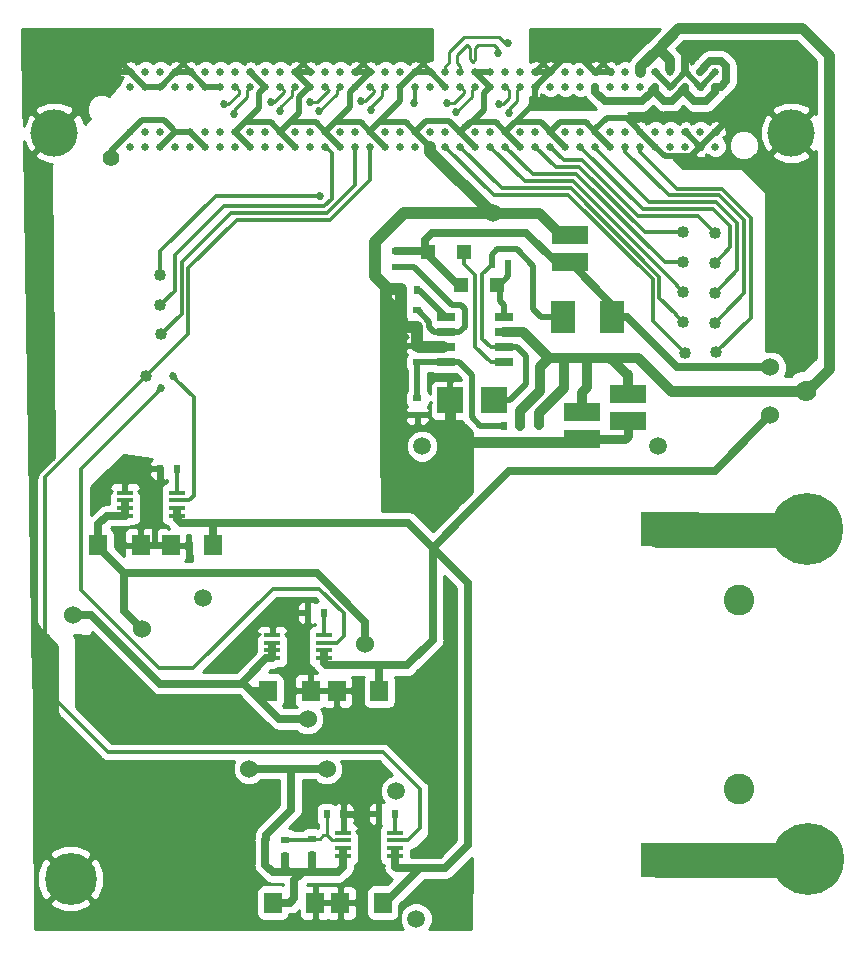
<source format=gbr>
%TF.GenerationSoftware,KiCad,Pcbnew,(5.0.0-rc2-dev-581-g09a6bada0)*%
%TF.CreationDate,2018-07-03T10:36:25-06:00*%
%TF.ProjectId,Sensor_FMC_LPC_Breakout_V02,53656E736F725F464D435F4C50435F42,01*%
%TF.SameCoordinates,Original*%
%TF.FileFunction,Copper,L2,Bot,Signal*%
%TF.FilePolarity,Positive*%
%FSLAX46Y46*%
G04 Gerber Fmt 4.6, Leading zero omitted, Abs format (unit mm)*
G04 Created by KiCad (PCBNEW (5.0.0-rc2-dev-581-g09a6bada0)) date 07/03/18 10:36:25*
%MOMM*%
%LPD*%
G01*
G04 APERTURE LIST*
%ADD10R,5.000000X3.000000*%
%ADD11C,2.600000*%
%ADD12C,6.096000*%
%ADD13C,1.500000*%
%ADD14R,1.270000X1.270000*%
%ADD15R,2.000000X2.800000*%
%ADD16C,4.000000*%
%ADD17C,0.640000*%
%ADD18R,3.050000X1.520000*%
%ADD19R,1.500000X1.800000*%
%ADD20R,0.600000X0.800000*%
%ADD21R,0.800000X0.600000*%
%ADD22R,2.180400X2.210000*%
%ADD23R,1.450000X0.450000*%
%ADD24R,1.600000X0.700000*%
%ADD25C,0.700000*%
%ADD26C,4.400000*%
%ADD27C,1.397000*%
%ADD28C,1.524000*%
%ADD29C,0.685800*%
%ADD30C,1.016000*%
%ADD31C,1.778000*%
%ADD32C,0.330200*%
%ADD33C,2.997200*%
%ADD34C,0.711200*%
%ADD35C,0.508000*%
%ADD36C,1.016000*%
%ADD37C,0.900000*%
%ADD38C,0.800000*%
%ADD39C,0.889000*%
%ADD40C,0.762000*%
%ADD41C,0.228600*%
%ADD42C,0.838200*%
%ADD43C,0.254000*%
G04 APERTURE END LIST*
D10*
X86000000Y-123450000D03*
X86000000Y-95450000D03*
D11*
X91850000Y-117450000D03*
X91850000Y-101450000D03*
D12*
X97600000Y-95500000D03*
D13*
X85000000Y-88450000D03*
X64500000Y-128450000D03*
X65000000Y-88450000D03*
D12*
X97650000Y-123400000D03*
D14*
X71324000Y-74800000D03*
X68276000Y-74800000D03*
X68524000Y-72000000D03*
X65476000Y-72000000D03*
D15*
X76900000Y-77500000D03*
X81100000Y-77500000D03*
D13*
X46446000Y-101274000D03*
X62806000Y-117634000D03*
D16*
X96250000Y-61910000D03*
D17*
X41560000Y-56740000D03*
X40290000Y-61820000D03*
X41560000Y-61820000D03*
X40290000Y-63080000D03*
X41560000Y-63080000D03*
X47920000Y-61820000D03*
X47920000Y-63080000D03*
X49180000Y-63080000D03*
X49180000Y-61820000D03*
X51720000Y-61820000D03*
X51720000Y-63080000D03*
X50450000Y-63080000D03*
X50450000Y-61820000D03*
X45380000Y-61820000D03*
X45380000Y-63080000D03*
X46650000Y-63080000D03*
X46650000Y-61820000D03*
X44110000Y-61820000D03*
X44110000Y-63080000D03*
X42830000Y-63080000D03*
X42830000Y-61820000D03*
X63150000Y-61820000D03*
X63150000Y-63080000D03*
X64420000Y-63080000D03*
X64420000Y-61820000D03*
X65700000Y-61820000D03*
X65680000Y-63080000D03*
X69510000Y-61820000D03*
X69510000Y-63080000D03*
X70770000Y-63080000D03*
X70770000Y-61820000D03*
X68230000Y-61820000D03*
X68230000Y-63080000D03*
X66970000Y-63080000D03*
X66970000Y-61820000D03*
X58070000Y-61820000D03*
X58070000Y-63080000D03*
X59350000Y-63080000D03*
X59350000Y-61820000D03*
X61890000Y-61820000D03*
X61890000Y-63080000D03*
X60610000Y-63080000D03*
X60610000Y-61820000D03*
X55530000Y-61820000D03*
X55530000Y-63080000D03*
X56800000Y-63080000D03*
X56800000Y-61820000D03*
X54270000Y-61820000D03*
X54270000Y-63080000D03*
X53000000Y-63080000D03*
X53000000Y-61820000D03*
X75850000Y-61820000D03*
X75850000Y-63080000D03*
X77120000Y-63080000D03*
X77120000Y-61820000D03*
X79670000Y-61820000D03*
X79670000Y-63080000D03*
X78400000Y-63080000D03*
X78400000Y-61820000D03*
X74590000Y-63080000D03*
X74590000Y-61820000D03*
X73320000Y-61820000D03*
X73320000Y-63080000D03*
X72050000Y-63080000D03*
X72050000Y-61820000D03*
X83470000Y-61820000D03*
X83470000Y-63080000D03*
X84740000Y-63080000D03*
X84740000Y-61820000D03*
X86010000Y-61820000D03*
X86010000Y-63080000D03*
X89830000Y-61820000D03*
X89830000Y-63080000D03*
X88560000Y-61820000D03*
X88560000Y-63080000D03*
X87290000Y-63080000D03*
X87290000Y-61820000D03*
X82200000Y-61820000D03*
X82200000Y-63080000D03*
X80940000Y-63080000D03*
X80940000Y-61820000D03*
X80940000Y-56740000D03*
X80940000Y-58000000D03*
X82200000Y-58000000D03*
X82200000Y-56740000D03*
X87290000Y-56740000D03*
X87290000Y-58000000D03*
X88560000Y-58000000D03*
X88560000Y-56740000D03*
X89830000Y-58000000D03*
X89830000Y-56740000D03*
X86010000Y-58000000D03*
X86010000Y-56740000D03*
X84740000Y-56740000D03*
X84740000Y-58000000D03*
X83470000Y-58000000D03*
X83470000Y-56740000D03*
X72050000Y-56740000D03*
X72050000Y-58000000D03*
X73320000Y-58000000D03*
X73320000Y-56740000D03*
X74590000Y-56740000D03*
X74590000Y-58000000D03*
X78400000Y-56740000D03*
X78400000Y-58000000D03*
X79670000Y-58000000D03*
X79670000Y-56740000D03*
X77120000Y-56740000D03*
X77120000Y-58000000D03*
X75850000Y-58000000D03*
X75850000Y-56740000D03*
X53000000Y-56740000D03*
X53000000Y-58000000D03*
X54270000Y-58000000D03*
X54270000Y-56740000D03*
X56800000Y-56740000D03*
X56800000Y-58000000D03*
X55530000Y-58000000D03*
X55530000Y-56740000D03*
X60610000Y-56740000D03*
X60610000Y-58000000D03*
X61890000Y-58000000D03*
X61890000Y-56740000D03*
X59350000Y-56740000D03*
X59350000Y-58000000D03*
X58070000Y-58000000D03*
X58070000Y-56740000D03*
X66970000Y-56740000D03*
X66970000Y-58000000D03*
X68230000Y-58000000D03*
X68230000Y-56740000D03*
X70770000Y-56740000D03*
X70770000Y-58000000D03*
X69510000Y-58000000D03*
X69510000Y-56740000D03*
X65680000Y-58000000D03*
X65700000Y-56740000D03*
X64420000Y-56740000D03*
X64420000Y-58000000D03*
X63150000Y-58000000D03*
X63150000Y-56740000D03*
X42830000Y-56740000D03*
X42830000Y-58000000D03*
X44110000Y-58000000D03*
X44110000Y-56740000D03*
X46650000Y-56740000D03*
X46650000Y-58000000D03*
X45380000Y-58000000D03*
X45380000Y-56740000D03*
X50450000Y-56740000D03*
X50450000Y-58000000D03*
X51720000Y-58000000D03*
X51720000Y-56740000D03*
X49180000Y-56740000D03*
X49180000Y-58000000D03*
X47920000Y-58000000D03*
X47920000Y-56740000D03*
X41560000Y-58000000D03*
X40290000Y-58000000D03*
X40290000Y-56740000D03*
D16*
X33870000Y-61910000D03*
D18*
X82390000Y-84020000D03*
X82390000Y-86310000D03*
D19*
X51950000Y-109150000D03*
X55550000Y-109150000D03*
D18*
X78540000Y-85540000D03*
X78540000Y-87830000D03*
D20*
X55300000Y-102560000D03*
X56700000Y-102560000D03*
D21*
X74860000Y-88090000D03*
X74860000Y-86690000D03*
D19*
X61370000Y-109160000D03*
X57770000Y-109160000D03*
D21*
X64590000Y-79960000D03*
X64590000Y-81360000D03*
D19*
X37560000Y-96820000D03*
X41160000Y-96820000D03*
X52370000Y-127100000D03*
X55970000Y-127100000D03*
D20*
X63180000Y-75250000D03*
X64580000Y-75250000D03*
X72300000Y-73000000D03*
X70900000Y-73000000D03*
X42840000Y-90370000D03*
X44240000Y-90370000D03*
X61310000Y-119580000D03*
X62710000Y-119580000D03*
D18*
X77500000Y-72895000D03*
X77500000Y-70605000D03*
D19*
X47320000Y-96860000D03*
X43720000Y-96860000D03*
X61670000Y-127110000D03*
X58070000Y-127110000D03*
D21*
X55710000Y-121670000D03*
X55710000Y-123070000D03*
D22*
X71067200Y-84560000D03*
X67352800Y-84560000D03*
D23*
X52300000Y-106395000D03*
X52300000Y-105745000D03*
X52300000Y-105095000D03*
X52300000Y-104445000D03*
X56700000Y-104445000D03*
X56700000Y-105095000D03*
X56700000Y-105745000D03*
X56700000Y-106395000D03*
X39840000Y-94325000D03*
X39840000Y-93675000D03*
X39840000Y-93025000D03*
X39840000Y-92375000D03*
X44240000Y-92375000D03*
X44240000Y-93025000D03*
X44240000Y-93675000D03*
X44240000Y-94325000D03*
X58320000Y-123115000D03*
X58320000Y-122465000D03*
X58320000Y-121815000D03*
X58320000Y-121165000D03*
X62720000Y-121165000D03*
X62720000Y-121815000D03*
X62720000Y-122465000D03*
X62720000Y-123115000D03*
D20*
X73300000Y-86740000D03*
X71900000Y-86740000D03*
D21*
X53410000Y-123160000D03*
X53410000Y-121760000D03*
D20*
X56940000Y-119630000D03*
X58340000Y-119630000D03*
D21*
X64590000Y-84400000D03*
X64590000Y-85800000D03*
X62800000Y-71900000D03*
X62800000Y-73300000D03*
X64540000Y-76940000D03*
X64540000Y-78340000D03*
D24*
X71935000Y-80085000D03*
X71935000Y-78815000D03*
X71935000Y-81355000D03*
X71935000Y-77545000D03*
X67005000Y-81355000D03*
X67005000Y-80085000D03*
X67005000Y-78815000D03*
X67005000Y-77545000D03*
D25*
X36396726Y-123923274D03*
X35230000Y-123440000D03*
X34063274Y-123923274D03*
X33580000Y-125090000D03*
X34063274Y-126256726D03*
X35230000Y-126740000D03*
X36396726Y-126256726D03*
X36880000Y-125090000D03*
D26*
X35230000Y-125090000D03*
D27*
X59330000Y-111960000D03*
D28*
X51100000Y-112820000D03*
D27*
X38660000Y-64040000D03*
D28*
X39750000Y-90349998D03*
X37500000Y-109000000D03*
X71000000Y-68750000D03*
D27*
X66900000Y-121350000D03*
D28*
X41250000Y-103900000D03*
X60200000Y-105200000D03*
X50343241Y-115763212D03*
X56910000Y-115750000D03*
X35450000Y-102750000D03*
X55317037Y-111549990D03*
X94488000Y-81788000D03*
X94488000Y-85852000D03*
D29*
X43942000Y-82550000D03*
D30*
X42840000Y-76490000D03*
X41656000Y-82549998D03*
D29*
X42925988Y-83566000D03*
D30*
X42926000Y-78994000D03*
X87122000Y-72898000D03*
D29*
X64300000Y-59400000D03*
X56350000Y-67250000D03*
D30*
X42840000Y-73950000D03*
X87122000Y-75437986D03*
X87122000Y-77978000D03*
X87122000Y-70358000D03*
X87230000Y-80550000D03*
X89770000Y-75470000D03*
X89770000Y-72930000D03*
X89916000Y-80518000D03*
X89770000Y-70390000D03*
X89770000Y-78010000D03*
D29*
X49074112Y-60324112D03*
X48265888Y-59515888D03*
X71505888Y-59455888D03*
X67884112Y-60184112D03*
X67075888Y-59375888D03*
X72314112Y-60264112D03*
X71445888Y-55154112D03*
X72254112Y-54345888D03*
X60664112Y-60024112D03*
X59855888Y-59215888D03*
X56284112Y-60094112D03*
X55475888Y-59285888D03*
X52982112Y-60094112D03*
X52173888Y-59285888D03*
D31*
X97536000Y-83820000D03*
D32*
X91681578Y-73558422D02*
X90531999Y-74708001D01*
X91681578Y-69583974D02*
X91681578Y-73558422D01*
X89906026Y-67808422D02*
X91681578Y-69583974D01*
X84248422Y-67808422D02*
X89906026Y-67808422D01*
X79670000Y-63080000D02*
X79670000Y-63230000D01*
X79670000Y-63230000D02*
X84248422Y-67808422D01*
X90531999Y-74708001D02*
X89770000Y-75470000D01*
X85891663Y-67224211D02*
X90148013Y-67224211D01*
X90148013Y-67224211D02*
X92265789Y-69341987D01*
X92265789Y-75514211D02*
X90531999Y-77248001D01*
X82200000Y-63080000D02*
X82200000Y-63532548D01*
X90531999Y-77248001D02*
X89770000Y-78010000D01*
X92265789Y-69341987D02*
X92265789Y-75514211D01*
X82200000Y-63532548D02*
X85891663Y-67224211D01*
D33*
X84980000Y-123530000D02*
X97980000Y-123530000D01*
D34*
X87290000Y-56740000D02*
X87290000Y-54750000D01*
D35*
X49180000Y-61820000D02*
X49190000Y-61820000D01*
X45380000Y-61820000D02*
X45390000Y-61820000D01*
X42830000Y-63080000D02*
X42850000Y-63080000D01*
X84740000Y-63080000D02*
X84730000Y-63080000D01*
X88560000Y-63080000D02*
X88550000Y-63080000D01*
X88560000Y-63080000D02*
X88570000Y-63080000D01*
X40300000Y-56740000D02*
X41560000Y-58000000D01*
X40290000Y-56740000D02*
X40300000Y-56740000D01*
X42850000Y-58000000D02*
X44110000Y-56740000D01*
X42830000Y-58000000D02*
X42850000Y-58000000D01*
X45390000Y-56740000D02*
X46650000Y-58000000D01*
X45380000Y-56740000D02*
X45390000Y-56740000D01*
X54270000Y-56740000D02*
X55530000Y-58000000D01*
X59350000Y-58000000D02*
X60610000Y-56740000D01*
X63160000Y-58000000D02*
X64420000Y-56740000D01*
X63150000Y-58000000D02*
X63160000Y-58000000D01*
X69510000Y-56740000D02*
X70770000Y-58000000D01*
X74590000Y-58000000D02*
X75850000Y-56740000D01*
X84750000Y-56740000D02*
X86010000Y-58000000D01*
X84740000Y-56740000D02*
X84750000Y-56740000D01*
X86030000Y-58000000D02*
X87290000Y-56740000D01*
X86010000Y-58000000D02*
X86030000Y-58000000D01*
X87300000Y-56740000D02*
X88560000Y-58000000D01*
X87290000Y-56740000D02*
X87300000Y-56740000D01*
X88570000Y-58000000D02*
X89830000Y-56740000D01*
X88560000Y-58000000D02*
X88570000Y-58000000D01*
X89820000Y-61820000D02*
X88560000Y-63080000D01*
X89830000Y-61820000D02*
X89820000Y-61820000D01*
X83480000Y-61820000D02*
X84740000Y-63080000D01*
X83470000Y-61820000D02*
X83480000Y-61820000D01*
X80930000Y-63080000D02*
X79670000Y-61820000D01*
X80940000Y-63080000D02*
X80930000Y-63080000D01*
X77110000Y-63080000D02*
X75850000Y-61820000D01*
X77120000Y-63080000D02*
X77110000Y-63080000D01*
X73310000Y-63080000D02*
X72050000Y-61820000D01*
X73320000Y-63080000D02*
X73310000Y-63080000D01*
X69490000Y-63080000D02*
X68230000Y-61820000D01*
X69510000Y-63080000D02*
X69490000Y-63080000D01*
X65680000Y-63080000D02*
X64420000Y-61820000D01*
X61870000Y-63080000D02*
X60610000Y-61820000D01*
X61890000Y-63080000D02*
X61870000Y-63080000D01*
X58060000Y-63080000D02*
X56800000Y-61820000D01*
X58070000Y-63080000D02*
X58060000Y-63080000D01*
X54260000Y-63080000D02*
X53000000Y-61820000D01*
X54270000Y-63080000D02*
X54260000Y-63080000D01*
X50440000Y-63080000D02*
X49180000Y-61820000D01*
X50450000Y-63080000D02*
X50440000Y-63080000D01*
X46640000Y-63080000D02*
X45380000Y-61820000D01*
X46650000Y-63080000D02*
X46640000Y-63080000D01*
X44090000Y-61820000D02*
X42830000Y-63080000D01*
X44110000Y-61820000D02*
X44090000Y-61820000D01*
X39040000Y-56740000D02*
X33870000Y-61910000D01*
X40290000Y-56740000D02*
X39040000Y-56740000D01*
X60610000Y-61770000D02*
X60610000Y-61820000D01*
X63150000Y-58000000D02*
X63150000Y-59230000D01*
X68549999Y-61500001D02*
X68549999Y-61470001D01*
X68230000Y-61820000D02*
X68549999Y-61500001D01*
X57119999Y-61500001D02*
X56800000Y-61820000D01*
X57628001Y-60991999D02*
X57119999Y-61500001D01*
X59781999Y-60991999D02*
X57628001Y-60991999D01*
X60610000Y-61820000D02*
X59781999Y-60991999D01*
X64420000Y-61820000D02*
X65350000Y-60890000D01*
X67300000Y-60890000D02*
X68230000Y-61820000D01*
X65350000Y-60890000D02*
X67300000Y-60890000D01*
X61388001Y-60991999D02*
X61250000Y-61130000D01*
X63591999Y-60991999D02*
X61388001Y-60991999D01*
X64420000Y-61820000D02*
X63591999Y-60991999D01*
X63150000Y-59230000D02*
X61250000Y-61130000D01*
X61250000Y-61130000D02*
X60610000Y-61770000D01*
X83150001Y-61500001D02*
X83470000Y-61820000D01*
X82330000Y-60680000D02*
X83150001Y-61500001D01*
X80620000Y-60680000D02*
X82330000Y-60680000D01*
X79670000Y-61820000D02*
X79670000Y-61630000D01*
X79670000Y-61630000D02*
X80620000Y-60680000D01*
X87300000Y-61820000D02*
X88560000Y-63080000D01*
X87290000Y-61820000D02*
X87300000Y-61820000D01*
X43790001Y-61500001D02*
X44110000Y-61820000D01*
X43120000Y-60830000D02*
X43790001Y-61500001D01*
X40290000Y-61820000D02*
X41280000Y-60830000D01*
X41280000Y-60830000D02*
X43120000Y-60830000D01*
X43680000Y-96820000D02*
X43720000Y-96860000D01*
X41160000Y-96820000D02*
X42420000Y-96820000D01*
X42420000Y-96820000D02*
X43680000Y-96820000D01*
X57760000Y-109150000D02*
X57770000Y-109160000D01*
X55550000Y-109150000D02*
X57760000Y-109150000D01*
X52383001Y-103766999D02*
X52383001Y-104361999D01*
X55550000Y-107742000D02*
X54460000Y-106652000D01*
X55550000Y-109150000D02*
X55550000Y-107742000D01*
X54460000Y-106652000D02*
X54460000Y-104170000D01*
X54460000Y-104170000D02*
X53810000Y-103520000D01*
X53810000Y-103520000D02*
X52630000Y-103520000D01*
X52630000Y-103520000D02*
X52383001Y-103766999D01*
X53810000Y-103242000D02*
X53810000Y-103520000D01*
X54492000Y-102560000D02*
X53810000Y-103242000D01*
X55300000Y-102560000D02*
X54492000Y-102560000D01*
X57770000Y-110568000D02*
X58950000Y-111748000D01*
X57770000Y-109160000D02*
X57770000Y-110568000D01*
X58950000Y-111748000D02*
X59118000Y-111748000D01*
X59118000Y-111748000D02*
X59330000Y-111960000D01*
X53319999Y-61500001D02*
X53000000Y-61820000D01*
X53828001Y-60991999D02*
X53319999Y-61500001D01*
X55971999Y-60991999D02*
X53828001Y-60991999D01*
X56800000Y-61820000D02*
X55971999Y-60991999D01*
X49499999Y-61500001D02*
X49180000Y-61820000D01*
X50008001Y-60991999D02*
X49499999Y-61500001D01*
X52171999Y-60991999D02*
X50008001Y-60991999D01*
X53000000Y-61820000D02*
X52171999Y-60991999D01*
X69028001Y-60991999D02*
X68549999Y-61470001D01*
X71221999Y-60991999D02*
X69028001Y-60991999D01*
X72050000Y-61820000D02*
X71221999Y-60991999D01*
X76169999Y-61500001D02*
X75850000Y-61820000D01*
X76678001Y-60991999D02*
X76169999Y-61500001D01*
X78841999Y-60991999D02*
X76678001Y-60991999D01*
X79670000Y-61820000D02*
X78841999Y-60991999D01*
X75530001Y-61500001D02*
X75850000Y-61820000D01*
X74192559Y-60991999D02*
X74987441Y-60991999D01*
X74987441Y-60991999D02*
X74995442Y-61000000D01*
X72870000Y-61000000D02*
X72914558Y-61000000D01*
X72050000Y-61820000D02*
X72870000Y-61000000D01*
X74184558Y-61000000D02*
X74192559Y-60991999D01*
X72914558Y-61000000D02*
X72922559Y-60991999D01*
X72922559Y-60991999D02*
X73717441Y-60991999D01*
X73717441Y-60991999D02*
X73725442Y-61000000D01*
X75030000Y-61000000D02*
X75530001Y-61500001D01*
X74995442Y-61000000D02*
X75030000Y-61000000D01*
X73725442Y-61000000D02*
X74184558Y-61000000D01*
X74590000Y-59324558D02*
X72922559Y-60991999D01*
X74590000Y-58000000D02*
X74590000Y-59324558D01*
X44110000Y-61820000D02*
X45380000Y-61820000D01*
X41560000Y-58000000D02*
X42830000Y-58000000D01*
X44110000Y-56740000D02*
X45380000Y-56740000D01*
X46650000Y-58000000D02*
X47920000Y-58000000D01*
X64420000Y-56740000D02*
X65700000Y-56740000D01*
X69510000Y-56740000D02*
X70770000Y-56740000D01*
X74590000Y-56740000D02*
X75850000Y-56740000D01*
X75850000Y-56740000D02*
X76870000Y-55720000D01*
X78650000Y-55720000D02*
X79670000Y-56740000D01*
X76870000Y-55720000D02*
X78650000Y-55720000D01*
X79670000Y-56740000D02*
X80940000Y-56740000D01*
X88240001Y-63399999D02*
X88560000Y-63080000D01*
X87731999Y-63908001D02*
X88240001Y-63399999D01*
X85568001Y-63908001D02*
X87731999Y-63908001D01*
X84740000Y-63080000D02*
X85568001Y-63908001D01*
D36*
X63632000Y-78340000D02*
X64540000Y-78340000D01*
X63180000Y-77888000D02*
X63632000Y-78340000D01*
X63180000Y-75250000D02*
X63180000Y-77888000D01*
D35*
X64540000Y-79910000D02*
X64590000Y-79960000D01*
D36*
X64540000Y-78340000D02*
X64540000Y-79910000D01*
D35*
X66880000Y-79960000D02*
X67005000Y-80085000D01*
X63180000Y-75250000D02*
X63180000Y-75150000D01*
X78280000Y-88090000D02*
X78540000Y-87830000D01*
D37*
X74860000Y-88090000D02*
X78280000Y-88090000D01*
D35*
X61260000Y-119630000D02*
X61310000Y-119580000D01*
X58340000Y-119630000D02*
X61260000Y-119630000D01*
X38660000Y-63450000D02*
X38660000Y-64040000D01*
X40290000Y-61820000D02*
X38660000Y-63450000D01*
X58060000Y-127100000D02*
X58070000Y-127110000D01*
X55970000Y-127100000D02*
X58060000Y-127100000D01*
D38*
X82138000Y-87830000D02*
X82390000Y-87578000D01*
X78540000Y-87830000D02*
X82138000Y-87830000D01*
D36*
X64590000Y-79960000D02*
X64716200Y-80086200D01*
X64716200Y-80086200D02*
X66753800Y-80086200D01*
D39*
X69269800Y-88090000D02*
X68090000Y-88090000D01*
X67352800Y-87352800D02*
X67352800Y-84560000D01*
X68090000Y-88090000D02*
X67352800Y-87352800D01*
D35*
X87390000Y-54650000D02*
X91410000Y-54650000D01*
X91410000Y-54650000D02*
X92470000Y-55710000D01*
X92470000Y-59180000D02*
X89830000Y-61820000D01*
X92470000Y-55710000D02*
X92470000Y-59180000D01*
X65710000Y-56740000D02*
X66970000Y-58000000D01*
X65700000Y-56740000D02*
X65710000Y-56740000D01*
X50460000Y-56740000D02*
X51720000Y-58000000D01*
X50450000Y-56740000D02*
X50460000Y-56740000D01*
X54270000Y-56740000D02*
X55530000Y-56740000D01*
X59350000Y-56740000D02*
X60610000Y-56740000D01*
X39840000Y-91510000D02*
X39840000Y-92291999D01*
X42840000Y-91660000D02*
X42840000Y-90370000D01*
X42420000Y-96820000D02*
X42420000Y-92080000D01*
X42420000Y-92080000D02*
X42840000Y-91660000D01*
X39770002Y-90370000D02*
X39750000Y-90349998D01*
X42840000Y-90370000D02*
X39770002Y-90370000D01*
X39750000Y-91427628D02*
X39750000Y-90349998D01*
X39832372Y-91510000D02*
X39750000Y-91427628D01*
X39840000Y-91510000D02*
X39832372Y-91510000D01*
D36*
X61000000Y-71200000D02*
X63450000Y-68750000D01*
D39*
X74880000Y-68750000D02*
X72077630Y-68750000D01*
D36*
X63450000Y-68750000D02*
X70922370Y-68750000D01*
X63180000Y-75150000D02*
X62145200Y-75150000D01*
X62145200Y-75150000D02*
X61000000Y-74004800D01*
X65680000Y-63080000D02*
X65680000Y-63532548D01*
X65680000Y-63532548D02*
X70897452Y-68750000D01*
D39*
X77500000Y-70605000D02*
X76735000Y-70605000D01*
X72077630Y-68750000D02*
X71000000Y-68750000D01*
D36*
X70922370Y-68750000D02*
X71000000Y-68750000D01*
D39*
X76735000Y-70605000D02*
X74880000Y-68750000D01*
D36*
X61000000Y-74004800D02*
X61000000Y-71200000D01*
X70897452Y-68750000D02*
X70922370Y-68750000D01*
D40*
X57940000Y-113350000D02*
X59330000Y-111960000D01*
X51100000Y-112820000D02*
X51630000Y-113350000D01*
X51630000Y-113350000D02*
X57940000Y-113350000D01*
D37*
X69269800Y-88090000D02*
X73952000Y-88090000D01*
X73952000Y-88090000D02*
X74860000Y-88090000D01*
D38*
X82390000Y-87578000D02*
X82390000Y-86310000D01*
D35*
X51160000Y-59840000D02*
X49499999Y-61500001D01*
X51720000Y-58000000D02*
X51160000Y-58560000D01*
X51160000Y-58560000D02*
X51160000Y-59840000D01*
X58860000Y-59760000D02*
X57119999Y-61500001D01*
X59350000Y-58000000D02*
X58860000Y-58490000D01*
X58860000Y-58490000D02*
X58860000Y-59760000D01*
X70250000Y-59950000D02*
X70250000Y-58520000D01*
X69208001Y-60991999D02*
X70250000Y-59950000D01*
X68681999Y-61470001D02*
X68681999Y-61422559D01*
X69112559Y-60991999D02*
X69208001Y-60991999D01*
X68681999Y-61422559D02*
X69112559Y-60991999D01*
X68549999Y-61470001D02*
X68681999Y-61470001D01*
X70250000Y-58520000D02*
X70770000Y-58000000D01*
X54600211Y-60219789D02*
X54600211Y-58902231D01*
X54600211Y-58902231D02*
X55462442Y-58040000D01*
X55462442Y-58040000D02*
X55520000Y-58040000D01*
X53000000Y-61820000D02*
X54600211Y-60219789D01*
D34*
X39840000Y-94325000D02*
X39840000Y-93675000D01*
X39840000Y-93675000D02*
X39840000Y-93260401D01*
X37560000Y-95080000D02*
X37560000Y-96820000D01*
X39840000Y-94325000D02*
X38315000Y-94325000D01*
X38315000Y-94325000D02*
X37560000Y-95080000D01*
X37560000Y-96820000D02*
X37560000Y-96970000D01*
X37560000Y-96970000D02*
X39790000Y-99200000D01*
X39840000Y-93675000D02*
X39840000Y-93209601D01*
X39790000Y-102440000D02*
X40488001Y-103138001D01*
X40488001Y-103138001D02*
X41250000Y-103900000D01*
X39790000Y-99200000D02*
X39790000Y-102440000D01*
X56077630Y-99200000D02*
X60200000Y-103322370D01*
X39790000Y-99200000D02*
X56077630Y-99200000D01*
X60200000Y-103322370D02*
X60200000Y-104122370D01*
X60200000Y-104122370D02*
X60200000Y-105200000D01*
X55710000Y-123070000D02*
X55710000Y-124500000D01*
X58320000Y-124051200D02*
X58320000Y-123115000D01*
X57871200Y-124500000D02*
X58320000Y-124051200D01*
X55710000Y-124500000D02*
X57871200Y-124500000D01*
X58320000Y-123115000D02*
X58320000Y-122700401D01*
X53410000Y-124171200D02*
X53738800Y-124500000D01*
X53410000Y-123160000D02*
X53410000Y-124171200D01*
X58320000Y-123115000D02*
X58320000Y-122649601D01*
X55832370Y-115750000D02*
X56910000Y-115750000D01*
X53890000Y-115750000D02*
X55832370Y-115750000D01*
X53876788Y-115763212D02*
X53890000Y-115750000D01*
X50343241Y-115763212D02*
X53876788Y-115763212D01*
X53890000Y-119250000D02*
X53890000Y-115750000D01*
X52350000Y-124500000D02*
X51730000Y-123880000D01*
X53738800Y-124500000D02*
X52350000Y-124500000D01*
X51730000Y-123880000D02*
X51730000Y-121760000D01*
X51730000Y-121760000D02*
X51740000Y-121750000D01*
X51740000Y-121750000D02*
X51740000Y-121400000D01*
X51740000Y-121400000D02*
X53890000Y-119250000D01*
X53831200Y-127100000D02*
X54190000Y-126741200D01*
X52370000Y-127100000D02*
X53831200Y-127100000D01*
X54190000Y-125220000D02*
X54910000Y-124500000D01*
X54190000Y-126741200D02*
X54190000Y-125220000D01*
X53738800Y-124500000D02*
X54910000Y-124500000D01*
X54910000Y-124500000D02*
X55710000Y-124500000D01*
X52300000Y-106395000D02*
X52300000Y-105745000D01*
X52300000Y-105745000D02*
X52300000Y-105330401D01*
X52300000Y-108800000D02*
X51950000Y-109150000D01*
X52300000Y-105745000D02*
X52300000Y-105279601D01*
X51800000Y-106395000D02*
X52300000Y-106395000D01*
X49893589Y-108301411D02*
X51800000Y-106395000D01*
X49893589Y-108554789D02*
X49893589Y-108301411D01*
X50488800Y-109150000D02*
X51950000Y-109150000D01*
X49893589Y-108554789D02*
X50488800Y-109150000D01*
X54239407Y-111549990D02*
X55317037Y-111549990D01*
X49893589Y-108554789D02*
X52888790Y-111549990D01*
X52888790Y-111549990D02*
X54239407Y-111549990D01*
X36527630Y-102750000D02*
X35450000Y-102750000D01*
X37000000Y-102750000D02*
X36527630Y-102750000D01*
X42815812Y-108565812D02*
X37000000Y-102750000D01*
X49893589Y-108554789D02*
X49882566Y-108565812D01*
X49882566Y-108565812D02*
X42815812Y-108565812D01*
D32*
X56700000Y-102560000D02*
X56700000Y-104445000D01*
D34*
X62720000Y-123115000D02*
X62720000Y-122700401D01*
X62720000Y-124051200D02*
X62868800Y-124200000D01*
X62720000Y-123115000D02*
X62720000Y-124051200D01*
X62868800Y-124200000D02*
X64820000Y-124200000D01*
X64820000Y-124200000D02*
X64760000Y-124260000D01*
X44240000Y-94640000D02*
X44240000Y-94325000D01*
X44550000Y-94950000D02*
X44240000Y-94640000D01*
X44240000Y-94325000D02*
X44240000Y-93910401D01*
X47360000Y-94950000D02*
X44550000Y-94950000D01*
X47320000Y-94990000D02*
X47320000Y-96860000D01*
X47360000Y-94950000D02*
X47320000Y-94990000D01*
X56700000Y-106395000D02*
X56700000Y-106820000D01*
X56700000Y-106820000D02*
X56860000Y-106980000D01*
X61370000Y-106990000D02*
X61380000Y-106980000D01*
X61370000Y-109160000D02*
X61370000Y-106990000D01*
X56860000Y-106980000D02*
X59640000Y-106980000D01*
X59640000Y-106980000D02*
X61380000Y-106980000D01*
X56700000Y-106395000D02*
X56700000Y-105980401D01*
X44240000Y-94325000D02*
X44240000Y-93859601D01*
X56700000Y-106395000D02*
X56700000Y-105929601D01*
X62720000Y-123115000D02*
X62720000Y-122649601D01*
X61670000Y-127110000D02*
X62070000Y-126710000D01*
X62310000Y-126710000D02*
X64820000Y-124200000D01*
X62070000Y-126710000D02*
X62310000Y-126710000D01*
X81100000Y-77500000D02*
X81100000Y-77100000D01*
X65222000Y-70978000D02*
X65222000Y-72000000D01*
X65800000Y-70400000D02*
X65222000Y-70978000D01*
X73800000Y-70400000D02*
X65800000Y-70400000D01*
X77500000Y-72895000D02*
X76295000Y-72895000D01*
X76295000Y-72895000D02*
X73800000Y-70400000D01*
X65122000Y-71900000D02*
X65222000Y-72000000D01*
X62800000Y-71900000D02*
X65122000Y-71900000D01*
X81100000Y-76495000D02*
X77500000Y-72895000D01*
X81100000Y-77500000D02*
X81100000Y-76495000D01*
X68000000Y-74800000D02*
X68022000Y-74800000D01*
X65222000Y-72000000D02*
X65222000Y-72022000D01*
X65222000Y-72022000D02*
X68000000Y-74800000D01*
X68867600Y-94050000D02*
X68883800Y-94066200D01*
X65900000Y-97050000D02*
X68883800Y-94066200D01*
X65900000Y-104830000D02*
X65900000Y-97050000D01*
X61380000Y-106980000D02*
X63750000Y-106980000D01*
X63750000Y-106980000D02*
X65900000Y-104830000D01*
X64820000Y-124200000D02*
X66900000Y-124200000D01*
X66900000Y-124200000D02*
X68883800Y-122216200D01*
X63800000Y-94950000D02*
X65900000Y-97050000D01*
X47360000Y-94950000D02*
X63800000Y-94950000D01*
X68883800Y-100033800D02*
X65900000Y-97050000D01*
X68883800Y-122216200D02*
X68883800Y-100033800D01*
X93410370Y-81788000D02*
X94488000Y-81788000D01*
X86614000Y-81788000D02*
X93410370Y-81788000D01*
X81100000Y-77500000D02*
X82326000Y-77500000D01*
X82326000Y-77500000D02*
X86614000Y-81788000D01*
X89780000Y-90560000D02*
X93726001Y-86613999D01*
X93726001Y-86613999D02*
X94488000Y-85852000D01*
X72390000Y-90560000D02*
X89780000Y-90560000D01*
X68883800Y-94066200D02*
X72390000Y-90560000D01*
D32*
X67000000Y-81360000D02*
X67005000Y-81355000D01*
D35*
X64590000Y-81360000D02*
X67000000Y-81360000D01*
X64590000Y-81360000D02*
X64590000Y-82910000D01*
X64590000Y-82910000D02*
X64590000Y-84400000D01*
X69200000Y-86000000D02*
X69940000Y-86740000D01*
X69200000Y-82419800D02*
X69200000Y-86000000D01*
X67005000Y-81355000D02*
X68135200Y-81355000D01*
X68135200Y-81355000D02*
X69200000Y-82419800D01*
X69940000Y-86740000D02*
X71900000Y-86740000D01*
X64710000Y-75250000D02*
X64580000Y-75250000D01*
X67005000Y-77545000D02*
X64710000Y-75250000D01*
D32*
X71090000Y-85445200D02*
X71090000Y-85460000D01*
D35*
X72460000Y-84560000D02*
X71067200Y-84560000D01*
X73790000Y-83230000D02*
X72460000Y-84560000D01*
X73790000Y-80809800D02*
X73790000Y-83230000D01*
X71935000Y-80085000D02*
X73065200Y-80085000D01*
X73065200Y-80085000D02*
X73790000Y-80809800D01*
D32*
X70800000Y-73000000D02*
X70900000Y-73000000D01*
D35*
X71369800Y-71800000D02*
X73000000Y-71800000D01*
X73000000Y-71800000D02*
X74400000Y-73200000D01*
X74400000Y-73200000D02*
X74400000Y-76800000D01*
X75100000Y-77500000D02*
X76900000Y-77500000D01*
X74400000Y-76800000D02*
X75100000Y-77500000D01*
D32*
X70900000Y-73100000D02*
X70900000Y-73000000D01*
X70090000Y-73910000D02*
X70900000Y-73100000D01*
X70090000Y-79370200D02*
X70090000Y-73910000D01*
D35*
X70900000Y-72269800D02*
X71369800Y-71800000D01*
X70900000Y-73000000D02*
X70900000Y-72269800D01*
D32*
X70804800Y-80085000D02*
X71935000Y-80085000D01*
X70090000Y-79370200D02*
X70804800Y-80085000D01*
D35*
X72300000Y-74078000D02*
X71578000Y-74800000D01*
X72300000Y-73000000D02*
X72300000Y-74078000D01*
X71578000Y-76178000D02*
X71578000Y-74800000D01*
X71935000Y-77545000D02*
X71935000Y-76535000D01*
X71935000Y-76535000D02*
X71578000Y-76178000D01*
D32*
X44240000Y-90370000D02*
X44240000Y-92375000D01*
X62720000Y-119590000D02*
X62710000Y-119580000D01*
X62720000Y-121165000D02*
X62720000Y-119590000D01*
X53410000Y-121760000D02*
X55620000Y-121760000D01*
D41*
X56940000Y-120258600D02*
X56940000Y-119630000D01*
X56940000Y-121388600D02*
X56940000Y-120258600D01*
X57366400Y-121815000D02*
X56940000Y-121388600D01*
X58320000Y-121815000D02*
X57366400Y-121815000D01*
X56620000Y-121388600D02*
X56940000Y-121388600D01*
X56338600Y-121670000D02*
X56620000Y-121388600D01*
X55710000Y-121670000D02*
X56338600Y-121670000D01*
D34*
X84740000Y-58452548D02*
X84740000Y-58000000D01*
X85497452Y-59210000D02*
X84740000Y-58452548D01*
X86175810Y-59210000D02*
X85497452Y-59210000D01*
X86970001Y-58415809D02*
X86175810Y-59210000D01*
X87290000Y-58000000D02*
X86970001Y-58319999D01*
X86970001Y-58319999D02*
X86970001Y-58415809D01*
X87290000Y-58452548D02*
X87290000Y-58000000D01*
X88057452Y-59220000D02*
X87290000Y-58452548D01*
X89062548Y-59220000D02*
X88057452Y-59220000D01*
X89830000Y-58000000D02*
X89830000Y-58452548D01*
X89830000Y-58452548D02*
X89062548Y-59220000D01*
X79670000Y-58452548D02*
X79670000Y-58000000D01*
X80447452Y-59230000D02*
X79670000Y-58452548D01*
X83615810Y-59230000D02*
X80447452Y-59230000D01*
X84420001Y-58425809D02*
X83615810Y-59230000D01*
X84740000Y-58000000D02*
X84420001Y-58319999D01*
X84420001Y-58319999D02*
X84420001Y-58425809D01*
X88879999Y-56420001D02*
X88879999Y-56314191D01*
X90759601Y-57522947D02*
X90282548Y-58000000D01*
X88560000Y-56740000D02*
X88879999Y-56420001D01*
X90282548Y-58000000D02*
X89830000Y-58000000D01*
X90759601Y-56293791D02*
X90759601Y-57522947D01*
X90276209Y-55810399D02*
X90759601Y-56293791D01*
X89383791Y-55810399D02*
X90276209Y-55810399D01*
X88879999Y-56314191D02*
X89383791Y-55810399D01*
D32*
X44240000Y-93025000D02*
X45295200Y-93025000D01*
X45289301Y-93019101D02*
X45300281Y-93019101D01*
X45300281Y-93019101D02*
X45384101Y-92935281D01*
X45300281Y-93019101D02*
X45650000Y-92669382D01*
X44284899Y-82892899D02*
X43942000Y-82550000D01*
X45650000Y-84258000D02*
X44284899Y-82892899D01*
X45650000Y-92669382D02*
X45650000Y-84258000D01*
X57350000Y-63630000D02*
X57119999Y-63399999D01*
X44043578Y-75286422D02*
X44043578Y-72288422D01*
X42840000Y-76490000D02*
X44043578Y-75286422D01*
X44043578Y-72288422D02*
X48197789Y-68134211D01*
X48197789Y-68134211D02*
X56715789Y-68134211D01*
X57119999Y-63399999D02*
X56800000Y-63080000D01*
X56715789Y-68134211D02*
X57350000Y-67500000D01*
X57350000Y-67500000D02*
X57350000Y-63630000D01*
X33108899Y-91097099D02*
X41148001Y-83057997D01*
X41148001Y-83057997D02*
X41656000Y-82549998D01*
X62720000Y-121815000D02*
X63775200Y-121815000D01*
X38411101Y-114341101D02*
X33108899Y-109038899D01*
X33108899Y-109038899D02*
X33108899Y-91097099D01*
X61651301Y-114341101D02*
X38411101Y-114341101D01*
X64800000Y-117489800D02*
X61651301Y-114341101D01*
X64800000Y-120790200D02*
X64800000Y-117489800D01*
X63775200Y-121815000D02*
X64800000Y-120790200D01*
X42163999Y-82041999D02*
X41656000Y-82549998D01*
X60610000Y-63080000D02*
X60610000Y-65892398D01*
X60610000Y-65892398D02*
X57199765Y-69302633D01*
X57199765Y-69302633D02*
X49315367Y-69302633D01*
X49315367Y-69302633D02*
X45212000Y-73406000D01*
X45212000Y-73406000D02*
X45212000Y-78993998D01*
X45212000Y-78993998D02*
X42163999Y-82041999D01*
X58350000Y-104500200D02*
X58350000Y-102580000D01*
X56700000Y-105095000D02*
X57755200Y-105095000D01*
X57755200Y-105095000D02*
X58350000Y-104500200D01*
X58350000Y-102580000D02*
X56280000Y-100510000D01*
X56280000Y-100510000D02*
X52380000Y-100510000D01*
X52380000Y-100510000D02*
X45630000Y-107260000D01*
X36131101Y-100631101D02*
X36131101Y-90360887D01*
X42583089Y-83908899D02*
X42925988Y-83566000D01*
X42760000Y-107260000D02*
X36131101Y-100631101D01*
X45630000Y-107260000D02*
X42760000Y-107260000D01*
X36131101Y-90360887D02*
X42583089Y-83908899D01*
X44627789Y-77242211D02*
X44627789Y-72896012D01*
X42840000Y-79030000D02*
X44627789Y-77242211D01*
X44627789Y-72896012D02*
X48805379Y-68718422D01*
X59350000Y-63532548D02*
X59350000Y-63080000D01*
X59350000Y-66326199D02*
X59350000Y-63532548D01*
X56957777Y-68718422D02*
X59350000Y-66326199D01*
X48805379Y-68718422D02*
X56957777Y-68718422D01*
X86403580Y-72898000D02*
X87122000Y-72898000D01*
X78056026Y-65408422D02*
X85545604Y-72898000D01*
X85545604Y-72898000D02*
X86403580Y-72898000D01*
X74378422Y-65408422D02*
X78056026Y-65408422D01*
X72050000Y-63080000D02*
X74378422Y-65408422D01*
X64420000Y-58000000D02*
X64420000Y-59280000D01*
X64420000Y-59280000D02*
X64300000Y-59400000D01*
X56350000Y-67250000D02*
X47558000Y-67250000D01*
X42840000Y-73231580D02*
X42840000Y-73950000D01*
X47558000Y-67250000D02*
X42840000Y-71968000D01*
X42840000Y-71968000D02*
X42840000Y-73231580D01*
X87230000Y-75470000D02*
X87230000Y-75470000D01*
X77814039Y-65992633D02*
X86614001Y-74792595D01*
X73682633Y-65992633D02*
X77814039Y-65992633D01*
X70770000Y-63080000D02*
X73682633Y-65992633D01*
X86614001Y-74792595D02*
X86614001Y-74929987D01*
X86614001Y-74929987D02*
X87122000Y-75437986D01*
X85090000Y-74094792D02*
X85090000Y-75870000D01*
X85090000Y-75870000D02*
X86468001Y-77248001D01*
X77572052Y-66576844D02*
X85090000Y-74094792D01*
X71726844Y-66576844D02*
X77572052Y-66576844D01*
X68230000Y-63080000D02*
X71726844Y-66576844D01*
X86468001Y-77324001D02*
X87122000Y-77978000D01*
X86468001Y-77248001D02*
X86468001Y-77324001D01*
X76334211Y-64824211D02*
X78298013Y-64824211D01*
X83831802Y-70358000D02*
X86403580Y-70358000D01*
X74590000Y-63080000D02*
X76334211Y-64824211D01*
X78298013Y-64824211D02*
X83831802Y-70358000D01*
X86403580Y-70358000D02*
X87122000Y-70358000D01*
X84505789Y-74336779D02*
X84505789Y-77825789D01*
X86468001Y-79788001D02*
X87230000Y-80550000D01*
X71051055Y-67161055D02*
X77330065Y-67161055D01*
X66970000Y-63080000D02*
X71051055Y-67161055D01*
X84505789Y-77825789D02*
X86468001Y-79788001D01*
X77330065Y-67161055D02*
X84505789Y-74336779D01*
X91097367Y-69825961D02*
X91097367Y-71602633D01*
X83712633Y-68392633D02*
X89664039Y-68392633D01*
X89664039Y-68392633D02*
X91097367Y-69825961D01*
X90531999Y-72168001D02*
X89770000Y-72930000D01*
X78400000Y-63080000D02*
X83712633Y-68392633D01*
X91097367Y-71602633D02*
X90531999Y-72168001D01*
X92850000Y-77584000D02*
X89916000Y-80518000D01*
X92850000Y-69100000D02*
X92850000Y-77584000D01*
X90390000Y-66640000D02*
X92850000Y-69100000D01*
X86577452Y-66640000D02*
X90390000Y-66640000D01*
X83470000Y-63080000D02*
X83470000Y-63532548D01*
X83470000Y-63532548D02*
X86577452Y-66640000D01*
X88356844Y-68976844D02*
X89008001Y-69628001D01*
X75850000Y-63080000D02*
X77010000Y-64240000D01*
X78540000Y-64240000D02*
X83276844Y-68976844D01*
X83276844Y-68976844D02*
X88356844Y-68976844D01*
X77010000Y-64240000D02*
X78540000Y-64240000D01*
X89008001Y-69628001D02*
X89770000Y-70390000D01*
X64640000Y-76940000D02*
X64540000Y-76940000D01*
X67005000Y-78815000D02*
X66515000Y-78815000D01*
D35*
X65600000Y-77900000D02*
X64640000Y-76940000D01*
X65600000Y-78400000D02*
X65600000Y-77900000D01*
X66515000Y-78815000D02*
X66015000Y-78815000D01*
X66015000Y-78815000D02*
X65600000Y-78400000D01*
X68135200Y-78815000D02*
X67005000Y-78815000D01*
X64300000Y-73300000D02*
X67500000Y-76500000D01*
X67500000Y-76500000D02*
X68250000Y-76500000D01*
X68250000Y-76500000D02*
X68620000Y-76870000D01*
X62800000Y-73300000D02*
X64300000Y-73300000D01*
X68620000Y-76870000D02*
X68620000Y-78330200D01*
X68620000Y-78330200D02*
X68135200Y-78815000D01*
D41*
X50157900Y-58917034D02*
X50157900Y-58292100D01*
X49074112Y-60324112D02*
X49074112Y-60000822D01*
X50157900Y-58292100D02*
X50450000Y-58000000D01*
X49074112Y-60000822D02*
X50157900Y-58917034D01*
X48589178Y-59515888D02*
X49472100Y-58632966D01*
X48265888Y-59515888D02*
X48589178Y-59515888D01*
X49472100Y-58632966D02*
X49472100Y-58292100D01*
X49472100Y-58292100D02*
X49180000Y-58000000D01*
X72342100Y-58292100D02*
X72050000Y-58000000D01*
X72342100Y-58942966D02*
X72342100Y-58292100D01*
X71505888Y-59455888D02*
X71829178Y-59455888D01*
X71829178Y-59455888D02*
X72342100Y-58942966D01*
X69212900Y-58297100D02*
X69510000Y-58000000D01*
X69212900Y-58855324D02*
X69212900Y-58297100D01*
X67884112Y-60184112D02*
X69212900Y-58855324D01*
X68527100Y-58297100D02*
X68230000Y-58000000D01*
X68527100Y-58571256D02*
X68527100Y-58297100D01*
X67075888Y-59375888D02*
X67722468Y-59375888D01*
X67722468Y-59375888D02*
X68527100Y-58571256D01*
X72314112Y-59940822D02*
X73027900Y-59227034D01*
X72314112Y-60264112D02*
X72314112Y-59940822D01*
X73027900Y-59227034D02*
X73027900Y-58292100D01*
X73027900Y-58292100D02*
X73320000Y-58000000D01*
X71445888Y-54835888D02*
X71445888Y-55154112D01*
X71120000Y-54510000D02*
X71445888Y-54835888D01*
X69495800Y-55699934D02*
X69495800Y-54738600D01*
X69267200Y-55928534D02*
X69495800Y-55699934D01*
X69038600Y-55699934D02*
X69267200Y-55928534D01*
X68230000Y-56280000D02*
X67950000Y-56000000D01*
X68230000Y-56740000D02*
X68230000Y-56280000D01*
X67950000Y-56000000D02*
X67950000Y-55370000D01*
X69495800Y-54738600D02*
X69724400Y-54510000D01*
X67950000Y-55370000D02*
X68810000Y-54510000D01*
X69724400Y-54510000D02*
X71120000Y-54510000D01*
X68810000Y-54510000D02*
X69038600Y-54738600D01*
X69038600Y-54738600D02*
X69038600Y-55699934D01*
X66970000Y-56287452D02*
X66970000Y-56740000D01*
X72005888Y-54345888D02*
X71484209Y-53824209D01*
X71484209Y-53824209D02*
X68525937Y-53824209D01*
X72254112Y-54345888D02*
X72005888Y-54345888D01*
X68525937Y-53824209D02*
X67240000Y-55110146D01*
X67240000Y-55110146D02*
X67240000Y-56017452D01*
X67240000Y-56017452D02*
X66970000Y-56287452D01*
X60664112Y-60024112D02*
X60664112Y-59700822D01*
X61592900Y-58772034D02*
X61592900Y-58297100D01*
X61592900Y-58297100D02*
X61890000Y-58000000D01*
X60664112Y-59700822D02*
X61592900Y-58772034D01*
X60907100Y-58297100D02*
X60610000Y-58000000D01*
X60907100Y-58487966D02*
X60907100Y-58297100D01*
X59855888Y-59215888D02*
X60179178Y-59215888D01*
X60179178Y-59215888D02*
X60907100Y-58487966D01*
X57777900Y-58292100D02*
X58070000Y-58000000D01*
X57777900Y-58600324D02*
X57777900Y-58292100D01*
X56284112Y-60094112D02*
X57777900Y-58600324D01*
X57092100Y-58292100D02*
X56800000Y-58000000D01*
X57092100Y-58316256D02*
X57092100Y-58292100D01*
X55475888Y-59285888D02*
X56122468Y-59285888D01*
X56122468Y-59285888D02*
X57092100Y-58316256D01*
X52982112Y-59770822D02*
X52982112Y-60094112D01*
X53977900Y-58775034D02*
X52982112Y-59770822D01*
X53977900Y-58292100D02*
X53977900Y-58775034D01*
X54270000Y-58000000D02*
X53977900Y-58292100D01*
X52497178Y-59285888D02*
X52173888Y-59285888D01*
X53292100Y-58490966D02*
X52497178Y-59285888D01*
X53000000Y-58000000D02*
X53292100Y-58292100D01*
X53292100Y-58292100D02*
X53292100Y-58490966D01*
D39*
X83470000Y-56740000D02*
X83470000Y-56287452D01*
X83470000Y-56287452D02*
X84880000Y-54877452D01*
D42*
X84880000Y-54877452D02*
X85147452Y-54877452D01*
X86010000Y-56545186D02*
X86020000Y-56555186D01*
X86010000Y-55740000D02*
X86010000Y-56545186D01*
X85147452Y-54877452D02*
X86010000Y-55740000D01*
X71935000Y-78815000D02*
X73573200Y-78815000D01*
X73573200Y-78815000D02*
X75758200Y-81000000D01*
X81000000Y-81031800D02*
X81000000Y-81000000D01*
X82390000Y-82421800D02*
X81000000Y-81031800D01*
X82390000Y-84020000D02*
X82390000Y-82421800D01*
X79000000Y-83481800D02*
X79000000Y-81000000D01*
X78540000Y-83941800D02*
X79000000Y-83481800D01*
X78540000Y-85540000D02*
X78540000Y-83941800D01*
X79000000Y-81000000D02*
X81000000Y-81000000D01*
X75758200Y-81000000D02*
X77000000Y-81000000D01*
X77000000Y-81000000D02*
X79000000Y-81000000D01*
X75000000Y-81758200D02*
X75758200Y-81000000D01*
X75000000Y-83801800D02*
X75000000Y-81758200D01*
X73300000Y-86740000D02*
X73300000Y-85501800D01*
X73300000Y-85501800D02*
X75000000Y-83801800D01*
X77000000Y-83500000D02*
X77000000Y-81000000D01*
X74860000Y-86690000D02*
X74860000Y-85640000D01*
X74860000Y-85640000D02*
X77000000Y-83500000D01*
X83286000Y-81000000D02*
X85852000Y-83566000D01*
X81000000Y-81000000D02*
X83286000Y-81000000D01*
D39*
X99450000Y-55370000D02*
X99450000Y-81906000D01*
X86694954Y-53062498D02*
X97142498Y-53062498D01*
X84880000Y-54877452D02*
X86694954Y-53062498D01*
X96278765Y-83820000D02*
X97536000Y-83820000D01*
X86106000Y-83820000D02*
X96278765Y-83820000D01*
X98424999Y-82931001D02*
X97536000Y-83820000D01*
X97142498Y-53062498D02*
X99450000Y-55370000D01*
X85852000Y-83566000D02*
X86106000Y-83820000D01*
X99450000Y-81906000D02*
X98424999Y-82931001D01*
D33*
X84980000Y-95530000D02*
X97980000Y-95530000D01*
D32*
X69505789Y-73985789D02*
X69505789Y-80055989D01*
X68524000Y-72000000D02*
X68524000Y-73004000D01*
X68524000Y-73004000D02*
X69505789Y-73985789D01*
X70804800Y-81355000D02*
X71935000Y-81355000D01*
X69505789Y-80055989D02*
X70804800Y-81355000D01*
D43*
G36*
X33245789Y-104467301D02*
X34117503Y-105339016D01*
X34117502Y-110768808D01*
X34101829Y-110847602D01*
X34117502Y-110926396D01*
X34117502Y-110926400D01*
X34163925Y-111159784D01*
X34340763Y-111424441D01*
X34407567Y-111469078D01*
X37789627Y-114851139D01*
X37834262Y-114917940D01*
X37901063Y-114962575D01*
X37901064Y-114962576D01*
X38098917Y-115094778D01*
X38146438Y-115104230D01*
X38332302Y-115141201D01*
X38332306Y-115141201D01*
X38411101Y-115156874D01*
X38489896Y-115141201D01*
X49088784Y-115141201D01*
X48946241Y-115485331D01*
X48946241Y-116041093D01*
X49158921Y-116554549D01*
X49551904Y-116947532D01*
X50065360Y-117160212D01*
X50621122Y-117160212D01*
X51134578Y-116947532D01*
X51328298Y-116753812D01*
X52899401Y-116753812D01*
X52899400Y-118839680D01*
X51108531Y-120630550D01*
X51025818Y-120685817D01*
X50806875Y-121013487D01*
X50754900Y-121274785D01*
X50729993Y-121400000D01*
X50749400Y-121497565D01*
X50749400Y-121612163D01*
X50719993Y-121760000D01*
X50739401Y-121857569D01*
X50739400Y-123782435D01*
X50719993Y-123880000D01*
X50739400Y-123977565D01*
X50796875Y-124266512D01*
X51015817Y-124594183D01*
X51098533Y-124649452D01*
X51580548Y-125131467D01*
X51635817Y-125214183D01*
X51963487Y-125433125D01*
X52252434Y-125490600D01*
X52252438Y-125490600D01*
X52349999Y-125510006D01*
X52447560Y-125490600D01*
X53199401Y-125490600D01*
X53199401Y-125568354D01*
X53120000Y-125552560D01*
X51620000Y-125552560D01*
X51372235Y-125601843D01*
X51162191Y-125742191D01*
X51021843Y-125952235D01*
X50972560Y-126200000D01*
X50972560Y-128000000D01*
X51021843Y-128247765D01*
X51162191Y-128457809D01*
X51372235Y-128598157D01*
X51620000Y-128647440D01*
X53120000Y-128647440D01*
X53367765Y-128598157D01*
X53577809Y-128457809D01*
X53718157Y-128247765D01*
X53748818Y-128093620D01*
X53831200Y-128110007D01*
X53928765Y-128090600D01*
X53928766Y-128090600D01*
X54217713Y-128033125D01*
X54545383Y-127814183D01*
X54585000Y-127754892D01*
X54585000Y-128126310D01*
X54681673Y-128359699D01*
X54860302Y-128538327D01*
X55093691Y-128635000D01*
X55684250Y-128635000D01*
X55843000Y-128476250D01*
X55843000Y-127227000D01*
X56097000Y-127227000D01*
X56097000Y-128476250D01*
X56255750Y-128635000D01*
X56846309Y-128635000D01*
X57007929Y-128568055D01*
X57193691Y-128645000D01*
X57784250Y-128645000D01*
X57943000Y-128486250D01*
X57943000Y-127237000D01*
X58197000Y-127237000D01*
X58197000Y-128486250D01*
X58355750Y-128645000D01*
X58946309Y-128645000D01*
X59179698Y-128548327D01*
X59358327Y-128369699D01*
X59455000Y-128136310D01*
X59455000Y-127395750D01*
X59296250Y-127237000D01*
X58197000Y-127237000D01*
X57943000Y-127237000D01*
X57206250Y-127237000D01*
X57196250Y-127227000D01*
X56097000Y-127227000D01*
X55843000Y-127227000D01*
X55823000Y-127227000D01*
X55823000Y-126973000D01*
X55843000Y-126973000D01*
X55843000Y-125723750D01*
X56097000Y-125723750D01*
X56097000Y-126973000D01*
X56833750Y-126973000D01*
X56843750Y-126983000D01*
X57943000Y-126983000D01*
X57943000Y-125733750D01*
X58197000Y-125733750D01*
X58197000Y-126983000D01*
X59296250Y-126983000D01*
X59455000Y-126824250D01*
X59455000Y-126083690D01*
X59358327Y-125850301D01*
X59179698Y-125671673D01*
X58946309Y-125575000D01*
X58355750Y-125575000D01*
X58197000Y-125733750D01*
X57943000Y-125733750D01*
X57784250Y-125575000D01*
X57193691Y-125575000D01*
X57032071Y-125641945D01*
X56846309Y-125565000D01*
X56255750Y-125565000D01*
X56097000Y-125723750D01*
X55843000Y-125723750D01*
X55684250Y-125565000D01*
X55245919Y-125565000D01*
X55320320Y-125490600D01*
X55612434Y-125490600D01*
X55710000Y-125510007D01*
X55807566Y-125490600D01*
X57773635Y-125490600D01*
X57871200Y-125510007D01*
X57968765Y-125490600D01*
X57968766Y-125490600D01*
X58257713Y-125433125D01*
X58585383Y-125214183D01*
X58640652Y-125131467D01*
X58951467Y-124820652D01*
X59034183Y-124765383D01*
X59253125Y-124437713D01*
X59310600Y-124148766D01*
X59310600Y-124148765D01*
X59330007Y-124051201D01*
X59310600Y-123953636D01*
X59310600Y-123926240D01*
X59502809Y-123797809D01*
X59643157Y-123587765D01*
X59692440Y-123340000D01*
X59692440Y-122890000D01*
X59672549Y-122790000D01*
X59692440Y-122690000D01*
X59692440Y-122240000D01*
X59672549Y-122140000D01*
X59692440Y-122040000D01*
X59692440Y-121590000D01*
X59678502Y-121519926D01*
X59680000Y-121516309D01*
X59680000Y-121436250D01*
X59657353Y-121413603D01*
X59643157Y-121342235D01*
X59502809Y-121132191D01*
X59383544Y-121052500D01*
X59521250Y-121052500D01*
X59680000Y-120893750D01*
X59680000Y-120813691D01*
X59583327Y-120580302D01*
X59404699Y-120401673D01*
X59207245Y-120319885D01*
X59275000Y-120156310D01*
X59275000Y-119915750D01*
X59225000Y-119865750D01*
X60375000Y-119865750D01*
X60375000Y-120106310D01*
X60471673Y-120339699D01*
X60650302Y-120518327D01*
X60883691Y-120615000D01*
X61024250Y-120615000D01*
X61183000Y-120456250D01*
X61183000Y-119707000D01*
X60533750Y-119707000D01*
X60375000Y-119865750D01*
X59225000Y-119865750D01*
X59116250Y-119757000D01*
X58467000Y-119757000D01*
X58467000Y-120443750D01*
X58447000Y-120463750D01*
X58447000Y-120942560D01*
X58193000Y-120942560D01*
X58193000Y-120526250D01*
X58213000Y-120506250D01*
X58213000Y-119757000D01*
X58193000Y-119757000D01*
X58193000Y-119503000D01*
X58213000Y-119503000D01*
X58213000Y-118753750D01*
X58467000Y-118753750D01*
X58467000Y-119503000D01*
X59116250Y-119503000D01*
X59275000Y-119344250D01*
X59275000Y-119103690D01*
X59254290Y-119053690D01*
X60375000Y-119053690D01*
X60375000Y-119294250D01*
X60533750Y-119453000D01*
X61183000Y-119453000D01*
X61183000Y-118703750D01*
X61024250Y-118545000D01*
X60883691Y-118545000D01*
X60650302Y-118641673D01*
X60471673Y-118820301D01*
X60375000Y-119053690D01*
X59254290Y-119053690D01*
X59178327Y-118870301D01*
X58999698Y-118691673D01*
X58766309Y-118595000D01*
X58625750Y-118595000D01*
X58467000Y-118753750D01*
X58213000Y-118753750D01*
X58054250Y-118595000D01*
X57913691Y-118595000D01*
X57680302Y-118691673D01*
X57639047Y-118732927D01*
X57487765Y-118631843D01*
X57240000Y-118582560D01*
X56640000Y-118582560D01*
X56392235Y-118631843D01*
X56182191Y-118772191D01*
X56041843Y-118982235D01*
X55992560Y-119230000D01*
X55992560Y-120030000D01*
X56041843Y-120277765D01*
X56182191Y-120487809D01*
X56190701Y-120493495D01*
X56190701Y-120738612D01*
X56110000Y-120722560D01*
X55310000Y-120722560D01*
X55062235Y-120771843D01*
X54852191Y-120912191D01*
X54820313Y-120959900D01*
X54204517Y-120959900D01*
X54057765Y-120861843D01*
X53810000Y-120812560D01*
X53728360Y-120812560D01*
X54521470Y-120019450D01*
X54604183Y-119964183D01*
X54823125Y-119636513D01*
X54880600Y-119347566D01*
X54880600Y-119347565D01*
X54900007Y-119250001D01*
X54880600Y-119152436D01*
X54880600Y-116740600D01*
X55924943Y-116740600D01*
X56118663Y-116934320D01*
X56632119Y-117147000D01*
X57187881Y-117147000D01*
X57701337Y-116934320D01*
X58094320Y-116541337D01*
X58307000Y-116027881D01*
X58307000Y-115472119D01*
X58169930Y-115141201D01*
X61319890Y-115141201D01*
X62457803Y-116279114D01*
X62021460Y-116459853D01*
X61631853Y-116849460D01*
X61421000Y-117358506D01*
X61421000Y-117909494D01*
X61631853Y-118418540D01*
X61773872Y-118560559D01*
X61736309Y-118545000D01*
X61595750Y-118545000D01*
X61437000Y-118703750D01*
X61437000Y-119453000D01*
X61457000Y-119453000D01*
X61457000Y-119707000D01*
X61437000Y-119707000D01*
X61437000Y-120456250D01*
X61507450Y-120526700D01*
X61396843Y-120692235D01*
X61347560Y-120940000D01*
X61347560Y-121390000D01*
X61367451Y-121490000D01*
X61347560Y-121590000D01*
X61347560Y-122040000D01*
X61367451Y-122140000D01*
X61347560Y-122240000D01*
X61347560Y-122690000D01*
X61367451Y-122790000D01*
X61347560Y-122890000D01*
X61347560Y-123340000D01*
X61396843Y-123587765D01*
X61537191Y-123797809D01*
X61729401Y-123926240D01*
X61729401Y-123953631D01*
X61709993Y-124051200D01*
X61780588Y-124406101D01*
X61786876Y-124437713D01*
X62005818Y-124765383D01*
X62088531Y-124820650D01*
X62099348Y-124831467D01*
X62154617Y-124914183D01*
X62482287Y-125133125D01*
X62485347Y-125133734D01*
X62056521Y-125562560D01*
X60920000Y-125562560D01*
X60672235Y-125611843D01*
X60462191Y-125752191D01*
X60321843Y-125962235D01*
X60272560Y-126210000D01*
X60272560Y-128010000D01*
X60321843Y-128257765D01*
X60462191Y-128467809D01*
X60672235Y-128608157D01*
X60920000Y-128657440D01*
X62420000Y-128657440D01*
X62667765Y-128608157D01*
X62877809Y-128467809D01*
X63018157Y-128257765D01*
X63067440Y-128010000D01*
X63067440Y-127359444D01*
X63079452Y-127341467D01*
X65230320Y-125190600D01*
X66802435Y-125190600D01*
X66900000Y-125210007D01*
X66997565Y-125190600D01*
X66997566Y-125190600D01*
X67286513Y-125133125D01*
X67614183Y-124914183D01*
X67669452Y-124831467D01*
X69179478Y-123321442D01*
X69173142Y-129315000D01*
X65593687Y-129315000D01*
X65674147Y-129234540D01*
X65885000Y-128725494D01*
X65885000Y-128174506D01*
X65674147Y-127665460D01*
X65284540Y-127275853D01*
X64775494Y-127065000D01*
X64224506Y-127065000D01*
X63715460Y-127275853D01*
X63325853Y-127665460D01*
X63115000Y-128174506D01*
X63115000Y-128725494D01*
X63325853Y-129234540D01*
X63406313Y-129315000D01*
X32196585Y-129315000D01*
X32190274Y-127109382D01*
X33390223Y-127109382D01*
X33635368Y-127500888D01*
X34679360Y-127927609D01*
X35807181Y-127922330D01*
X36824632Y-127500888D01*
X37069777Y-127109382D01*
X35230000Y-125269605D01*
X33390223Y-127109382D01*
X32190274Y-127109382D01*
X32182919Y-124539360D01*
X32392391Y-124539360D01*
X32397670Y-125667181D01*
X32819112Y-126684632D01*
X33210618Y-126929777D01*
X35050395Y-125090000D01*
X35409605Y-125090000D01*
X37249382Y-126929777D01*
X37640888Y-126684632D01*
X38067609Y-125640640D01*
X38062330Y-124512819D01*
X37640888Y-123495368D01*
X37249382Y-123250223D01*
X35409605Y-125090000D01*
X35050395Y-125090000D01*
X33210618Y-123250223D01*
X32819112Y-123495368D01*
X32392391Y-124539360D01*
X32182919Y-124539360D01*
X32178716Y-123070618D01*
X33390223Y-123070618D01*
X35230000Y-124910395D01*
X37069777Y-123070618D01*
X36824632Y-122679112D01*
X35780640Y-122252391D01*
X34652819Y-122257670D01*
X33635368Y-122679112D01*
X33390223Y-123070618D01*
X32178716Y-123070618D01*
X32127214Y-105074670D01*
X33222543Y-104467176D01*
X33245789Y-104467301D01*
X33245789Y-104467301D01*
G37*
X33245789Y-104467301D02*
X34117503Y-105339016D01*
X34117502Y-110768808D01*
X34101829Y-110847602D01*
X34117502Y-110926396D01*
X34117502Y-110926400D01*
X34163925Y-111159784D01*
X34340763Y-111424441D01*
X34407567Y-111469078D01*
X37789627Y-114851139D01*
X37834262Y-114917940D01*
X37901063Y-114962575D01*
X37901064Y-114962576D01*
X38098917Y-115094778D01*
X38146438Y-115104230D01*
X38332302Y-115141201D01*
X38332306Y-115141201D01*
X38411101Y-115156874D01*
X38489896Y-115141201D01*
X49088784Y-115141201D01*
X48946241Y-115485331D01*
X48946241Y-116041093D01*
X49158921Y-116554549D01*
X49551904Y-116947532D01*
X50065360Y-117160212D01*
X50621122Y-117160212D01*
X51134578Y-116947532D01*
X51328298Y-116753812D01*
X52899401Y-116753812D01*
X52899400Y-118839680D01*
X51108531Y-120630550D01*
X51025818Y-120685817D01*
X50806875Y-121013487D01*
X50754900Y-121274785D01*
X50729993Y-121400000D01*
X50749400Y-121497565D01*
X50749400Y-121612163D01*
X50719993Y-121760000D01*
X50739401Y-121857569D01*
X50739400Y-123782435D01*
X50719993Y-123880000D01*
X50739400Y-123977565D01*
X50796875Y-124266512D01*
X51015817Y-124594183D01*
X51098533Y-124649452D01*
X51580548Y-125131467D01*
X51635817Y-125214183D01*
X51963487Y-125433125D01*
X52252434Y-125490600D01*
X52252438Y-125490600D01*
X52349999Y-125510006D01*
X52447560Y-125490600D01*
X53199401Y-125490600D01*
X53199401Y-125568354D01*
X53120000Y-125552560D01*
X51620000Y-125552560D01*
X51372235Y-125601843D01*
X51162191Y-125742191D01*
X51021843Y-125952235D01*
X50972560Y-126200000D01*
X50972560Y-128000000D01*
X51021843Y-128247765D01*
X51162191Y-128457809D01*
X51372235Y-128598157D01*
X51620000Y-128647440D01*
X53120000Y-128647440D01*
X53367765Y-128598157D01*
X53577809Y-128457809D01*
X53718157Y-128247765D01*
X53748818Y-128093620D01*
X53831200Y-128110007D01*
X53928765Y-128090600D01*
X53928766Y-128090600D01*
X54217713Y-128033125D01*
X54545383Y-127814183D01*
X54585000Y-127754892D01*
X54585000Y-128126310D01*
X54681673Y-128359699D01*
X54860302Y-128538327D01*
X55093691Y-128635000D01*
X55684250Y-128635000D01*
X55843000Y-128476250D01*
X55843000Y-127227000D01*
X56097000Y-127227000D01*
X56097000Y-128476250D01*
X56255750Y-128635000D01*
X56846309Y-128635000D01*
X57007929Y-128568055D01*
X57193691Y-128645000D01*
X57784250Y-128645000D01*
X57943000Y-128486250D01*
X57943000Y-127237000D01*
X58197000Y-127237000D01*
X58197000Y-128486250D01*
X58355750Y-128645000D01*
X58946309Y-128645000D01*
X59179698Y-128548327D01*
X59358327Y-128369699D01*
X59455000Y-128136310D01*
X59455000Y-127395750D01*
X59296250Y-127237000D01*
X58197000Y-127237000D01*
X57943000Y-127237000D01*
X57206250Y-127237000D01*
X57196250Y-127227000D01*
X56097000Y-127227000D01*
X55843000Y-127227000D01*
X55823000Y-127227000D01*
X55823000Y-126973000D01*
X55843000Y-126973000D01*
X55843000Y-125723750D01*
X56097000Y-125723750D01*
X56097000Y-126973000D01*
X56833750Y-126973000D01*
X56843750Y-126983000D01*
X57943000Y-126983000D01*
X57943000Y-125733750D01*
X58197000Y-125733750D01*
X58197000Y-126983000D01*
X59296250Y-126983000D01*
X59455000Y-126824250D01*
X59455000Y-126083690D01*
X59358327Y-125850301D01*
X59179698Y-125671673D01*
X58946309Y-125575000D01*
X58355750Y-125575000D01*
X58197000Y-125733750D01*
X57943000Y-125733750D01*
X57784250Y-125575000D01*
X57193691Y-125575000D01*
X57032071Y-125641945D01*
X56846309Y-125565000D01*
X56255750Y-125565000D01*
X56097000Y-125723750D01*
X55843000Y-125723750D01*
X55684250Y-125565000D01*
X55245919Y-125565000D01*
X55320320Y-125490600D01*
X55612434Y-125490600D01*
X55710000Y-125510007D01*
X55807566Y-125490600D01*
X57773635Y-125490600D01*
X57871200Y-125510007D01*
X57968765Y-125490600D01*
X57968766Y-125490600D01*
X58257713Y-125433125D01*
X58585383Y-125214183D01*
X58640652Y-125131467D01*
X58951467Y-124820652D01*
X59034183Y-124765383D01*
X59253125Y-124437713D01*
X59310600Y-124148766D01*
X59310600Y-124148765D01*
X59330007Y-124051201D01*
X59310600Y-123953636D01*
X59310600Y-123926240D01*
X59502809Y-123797809D01*
X59643157Y-123587765D01*
X59692440Y-123340000D01*
X59692440Y-122890000D01*
X59672549Y-122790000D01*
X59692440Y-122690000D01*
X59692440Y-122240000D01*
X59672549Y-122140000D01*
X59692440Y-122040000D01*
X59692440Y-121590000D01*
X59678502Y-121519926D01*
X59680000Y-121516309D01*
X59680000Y-121436250D01*
X59657353Y-121413603D01*
X59643157Y-121342235D01*
X59502809Y-121132191D01*
X59383544Y-121052500D01*
X59521250Y-121052500D01*
X59680000Y-120893750D01*
X59680000Y-120813691D01*
X59583327Y-120580302D01*
X59404699Y-120401673D01*
X59207245Y-120319885D01*
X59275000Y-120156310D01*
X59275000Y-119915750D01*
X59225000Y-119865750D01*
X60375000Y-119865750D01*
X60375000Y-120106310D01*
X60471673Y-120339699D01*
X60650302Y-120518327D01*
X60883691Y-120615000D01*
X61024250Y-120615000D01*
X61183000Y-120456250D01*
X61183000Y-119707000D01*
X60533750Y-119707000D01*
X60375000Y-119865750D01*
X59225000Y-119865750D01*
X59116250Y-119757000D01*
X58467000Y-119757000D01*
X58467000Y-120443750D01*
X58447000Y-120463750D01*
X58447000Y-120942560D01*
X58193000Y-120942560D01*
X58193000Y-120526250D01*
X58213000Y-120506250D01*
X58213000Y-119757000D01*
X58193000Y-119757000D01*
X58193000Y-119503000D01*
X58213000Y-119503000D01*
X58213000Y-118753750D01*
X58467000Y-118753750D01*
X58467000Y-119503000D01*
X59116250Y-119503000D01*
X59275000Y-119344250D01*
X59275000Y-119103690D01*
X59254290Y-119053690D01*
X60375000Y-119053690D01*
X60375000Y-119294250D01*
X60533750Y-119453000D01*
X61183000Y-119453000D01*
X61183000Y-118703750D01*
X61024250Y-118545000D01*
X60883691Y-118545000D01*
X60650302Y-118641673D01*
X60471673Y-118820301D01*
X60375000Y-119053690D01*
X59254290Y-119053690D01*
X59178327Y-118870301D01*
X58999698Y-118691673D01*
X58766309Y-118595000D01*
X58625750Y-118595000D01*
X58467000Y-118753750D01*
X58213000Y-118753750D01*
X58054250Y-118595000D01*
X57913691Y-118595000D01*
X57680302Y-118691673D01*
X57639047Y-118732927D01*
X57487765Y-118631843D01*
X57240000Y-118582560D01*
X56640000Y-118582560D01*
X56392235Y-118631843D01*
X56182191Y-118772191D01*
X56041843Y-118982235D01*
X55992560Y-119230000D01*
X55992560Y-120030000D01*
X56041843Y-120277765D01*
X56182191Y-120487809D01*
X56190701Y-120493495D01*
X56190701Y-120738612D01*
X56110000Y-120722560D01*
X55310000Y-120722560D01*
X55062235Y-120771843D01*
X54852191Y-120912191D01*
X54820313Y-120959900D01*
X54204517Y-120959900D01*
X54057765Y-120861843D01*
X53810000Y-120812560D01*
X53728360Y-120812560D01*
X54521470Y-120019450D01*
X54604183Y-119964183D01*
X54823125Y-119636513D01*
X54880600Y-119347566D01*
X54880600Y-119347565D01*
X54900007Y-119250001D01*
X54880600Y-119152436D01*
X54880600Y-116740600D01*
X55924943Y-116740600D01*
X56118663Y-116934320D01*
X56632119Y-117147000D01*
X57187881Y-117147000D01*
X57701337Y-116934320D01*
X58094320Y-116541337D01*
X58307000Y-116027881D01*
X58307000Y-115472119D01*
X58169930Y-115141201D01*
X61319890Y-115141201D01*
X62457803Y-116279114D01*
X62021460Y-116459853D01*
X61631853Y-116849460D01*
X61421000Y-117358506D01*
X61421000Y-117909494D01*
X61631853Y-118418540D01*
X61773872Y-118560559D01*
X61736309Y-118545000D01*
X61595750Y-118545000D01*
X61437000Y-118703750D01*
X61437000Y-119453000D01*
X61457000Y-119453000D01*
X61457000Y-119707000D01*
X61437000Y-119707000D01*
X61437000Y-120456250D01*
X61507450Y-120526700D01*
X61396843Y-120692235D01*
X61347560Y-120940000D01*
X61347560Y-121390000D01*
X61367451Y-121490000D01*
X61347560Y-121590000D01*
X61347560Y-122040000D01*
X61367451Y-122140000D01*
X61347560Y-122240000D01*
X61347560Y-122690000D01*
X61367451Y-122790000D01*
X61347560Y-122890000D01*
X61347560Y-123340000D01*
X61396843Y-123587765D01*
X61537191Y-123797809D01*
X61729401Y-123926240D01*
X61729401Y-123953631D01*
X61709993Y-124051200D01*
X61780588Y-124406101D01*
X61786876Y-124437713D01*
X62005818Y-124765383D01*
X62088531Y-124820650D01*
X62099348Y-124831467D01*
X62154617Y-124914183D01*
X62482287Y-125133125D01*
X62485347Y-125133734D01*
X62056521Y-125562560D01*
X60920000Y-125562560D01*
X60672235Y-125611843D01*
X60462191Y-125752191D01*
X60321843Y-125962235D01*
X60272560Y-126210000D01*
X60272560Y-128010000D01*
X60321843Y-128257765D01*
X60462191Y-128467809D01*
X60672235Y-128608157D01*
X60920000Y-128657440D01*
X62420000Y-128657440D01*
X62667765Y-128608157D01*
X62877809Y-128467809D01*
X63018157Y-128257765D01*
X63067440Y-128010000D01*
X63067440Y-127359444D01*
X63079452Y-127341467D01*
X65230320Y-125190600D01*
X66802435Y-125190600D01*
X66900000Y-125210007D01*
X66997565Y-125190600D01*
X66997566Y-125190600D01*
X67286513Y-125133125D01*
X67614183Y-124914183D01*
X67669452Y-124831467D01*
X69179478Y-123321442D01*
X69173142Y-129315000D01*
X65593687Y-129315000D01*
X65674147Y-129234540D01*
X65885000Y-128725494D01*
X65885000Y-128174506D01*
X65674147Y-127665460D01*
X65284540Y-127275853D01*
X64775494Y-127065000D01*
X64224506Y-127065000D01*
X63715460Y-127275853D01*
X63325853Y-127665460D01*
X63115000Y-128174506D01*
X63115000Y-128725494D01*
X63325853Y-129234540D01*
X63406313Y-129315000D01*
X32196585Y-129315000D01*
X32190274Y-127109382D01*
X33390223Y-127109382D01*
X33635368Y-127500888D01*
X34679360Y-127927609D01*
X35807181Y-127922330D01*
X36824632Y-127500888D01*
X37069777Y-127109382D01*
X35230000Y-125269605D01*
X33390223Y-127109382D01*
X32190274Y-127109382D01*
X32182919Y-124539360D01*
X32392391Y-124539360D01*
X32397670Y-125667181D01*
X32819112Y-126684632D01*
X33210618Y-126929777D01*
X35050395Y-125090000D01*
X35409605Y-125090000D01*
X37249382Y-126929777D01*
X37640888Y-126684632D01*
X38067609Y-125640640D01*
X38062330Y-124512819D01*
X37640888Y-123495368D01*
X37249382Y-123250223D01*
X35409605Y-125090000D01*
X35050395Y-125090000D01*
X33210618Y-123250223D01*
X32819112Y-123495368D01*
X32392391Y-124539360D01*
X32182919Y-124539360D01*
X32178716Y-123070618D01*
X33390223Y-123070618D01*
X35230000Y-124910395D01*
X37069777Y-123070618D01*
X36824632Y-122679112D01*
X35780640Y-122252391D01*
X34652819Y-122257670D01*
X33635368Y-122679112D01*
X33390223Y-123070618D01*
X32178716Y-123070618D01*
X32127214Y-105074670D01*
X33222543Y-104467176D01*
X33245789Y-104467301D01*
G36*
X67893201Y-100444121D02*
X67893200Y-121805880D01*
X66489681Y-123209400D01*
X64917566Y-123209400D01*
X64820000Y-123189993D01*
X64819999Y-123189993D01*
X64724027Y-123209083D01*
X64722434Y-123209400D01*
X64092440Y-123209400D01*
X64092440Y-122890000D01*
X64072549Y-122790000D01*
X64092440Y-122690000D01*
X64092440Y-122619347D01*
X64113794Y-122615100D01*
X64113799Y-122615100D01*
X64347183Y-122568677D01*
X64611839Y-122391839D01*
X64656476Y-122325035D01*
X65310040Y-121671472D01*
X65376839Y-121626839D01*
X65421472Y-121560041D01*
X65421475Y-121560038D01*
X65553676Y-121362184D01*
X65553677Y-121362183D01*
X65600100Y-121128799D01*
X65600100Y-121128795D01*
X65615773Y-121050001D01*
X65600100Y-120971207D01*
X65600100Y-117568594D01*
X65615773Y-117489800D01*
X65600100Y-117411006D01*
X65600100Y-117411001D01*
X65553677Y-117177617D01*
X65376839Y-116912961D01*
X65310038Y-116868326D01*
X62272777Y-113831066D01*
X62228140Y-113764262D01*
X61963484Y-113587424D01*
X61730100Y-113541001D01*
X61730095Y-113541001D01*
X61651301Y-113525328D01*
X61572507Y-113541001D01*
X38742513Y-113541001D01*
X35717702Y-110516191D01*
X35717702Y-105086395D01*
X35733375Y-105007601D01*
X35717702Y-104928807D01*
X35717702Y-104928803D01*
X35671279Y-104695419D01*
X35622379Y-104622235D01*
X35539077Y-104497564D01*
X35539074Y-104497561D01*
X35527028Y-104479533D01*
X36919319Y-104486998D01*
X36967971Y-104477592D01*
X37009320Y-104450283D01*
X37037070Y-104409229D01*
X37046988Y-104358260D01*
X37044761Y-104195680D01*
X42046362Y-109197282D01*
X42101629Y-109279995D01*
X42429299Y-109498937D01*
X42718246Y-109556412D01*
X42815811Y-109575819D01*
X42913376Y-109556412D01*
X49494293Y-109556412D01*
X49719348Y-109781467D01*
X49774617Y-109864183D01*
X49857332Y-109919452D01*
X52119340Y-112181460D01*
X52174607Y-112264173D01*
X52502277Y-112483115D01*
X52888790Y-112559997D01*
X52986356Y-112540590D01*
X54331980Y-112540590D01*
X54525700Y-112734310D01*
X55039156Y-112946990D01*
X55594918Y-112946990D01*
X56108374Y-112734310D01*
X56501357Y-112341327D01*
X56714037Y-111827871D01*
X56714037Y-111272109D01*
X56501357Y-110758653D01*
X56427295Y-110684591D01*
X56653054Y-110591079D01*
X56660302Y-110598327D01*
X56893691Y-110695000D01*
X57484250Y-110695000D01*
X57643000Y-110536250D01*
X57643000Y-109287000D01*
X57897000Y-109287000D01*
X57897000Y-110536250D01*
X58055750Y-110695000D01*
X58646309Y-110695000D01*
X58879698Y-110598327D01*
X59058327Y-110419699D01*
X59155000Y-110186310D01*
X59155000Y-109445750D01*
X58996250Y-109287000D01*
X57897000Y-109287000D01*
X57643000Y-109287000D01*
X56786250Y-109287000D01*
X56776250Y-109277000D01*
X55677000Y-109277000D01*
X55677000Y-109297000D01*
X55423000Y-109297000D01*
X55423000Y-109277000D01*
X54323750Y-109277000D01*
X54165000Y-109435750D01*
X54165000Y-110176310D01*
X54261673Y-110409699D01*
X54371672Y-110519698D01*
X54331980Y-110559390D01*
X53299110Y-110559390D01*
X53193746Y-110454026D01*
X53298157Y-110297765D01*
X53347440Y-110050000D01*
X53347440Y-108250000D01*
X53322316Y-108123690D01*
X54165000Y-108123690D01*
X54165000Y-108864250D01*
X54323750Y-109023000D01*
X55423000Y-109023000D01*
X55423000Y-107773750D01*
X55264250Y-107615000D01*
X54673691Y-107615000D01*
X54440302Y-107711673D01*
X54261673Y-107890301D01*
X54165000Y-108123690D01*
X53322316Y-108123690D01*
X53298157Y-108002235D01*
X53157809Y-107792191D01*
X52947765Y-107651843D01*
X52700000Y-107602560D01*
X51993360Y-107602560D01*
X52209012Y-107386908D01*
X52300000Y-107405007D01*
X52397566Y-107385600D01*
X52686513Y-107328125D01*
X52777335Y-107267440D01*
X53025000Y-107267440D01*
X53272765Y-107218157D01*
X53482809Y-107077809D01*
X53623157Y-106867765D01*
X53672440Y-106620000D01*
X53672440Y-106170000D01*
X53652549Y-106070000D01*
X53672440Y-105970000D01*
X53672440Y-105520000D01*
X53652549Y-105420000D01*
X53672440Y-105320000D01*
X53672440Y-104870000D01*
X53658502Y-104799926D01*
X53660000Y-104796309D01*
X53660000Y-104716250D01*
X53637353Y-104693603D01*
X53623157Y-104622235D01*
X53482809Y-104412191D01*
X53363544Y-104332500D01*
X53501250Y-104332500D01*
X53660000Y-104173750D01*
X53660000Y-104093691D01*
X53563327Y-103860302D01*
X53384699Y-103681673D01*
X53151310Y-103585000D01*
X52585750Y-103585000D01*
X52427000Y-103743750D01*
X52427000Y-104222560D01*
X52173000Y-104222560D01*
X52173000Y-103743750D01*
X52014250Y-103585000D01*
X51448690Y-103585000D01*
X51215301Y-103681673D01*
X51036673Y-103860302D01*
X50940000Y-104093691D01*
X50940000Y-104173750D01*
X51098750Y-104332500D01*
X51236456Y-104332500D01*
X51117191Y-104412191D01*
X50976843Y-104622235D01*
X50962647Y-104693603D01*
X50940000Y-104716250D01*
X50940000Y-104796309D01*
X50941498Y-104799926D01*
X50927560Y-104870000D01*
X50927560Y-105320000D01*
X50947451Y-105420000D01*
X50927560Y-105520000D01*
X50927560Y-105866520D01*
X49262120Y-107531961D01*
X49197390Y-107575212D01*
X46446299Y-107575212D01*
X51175761Y-102845750D01*
X54365000Y-102845750D01*
X54365000Y-103086310D01*
X54461673Y-103319699D01*
X54640302Y-103498327D01*
X54873691Y-103595000D01*
X55014250Y-103595000D01*
X55173000Y-103436250D01*
X55173000Y-102687000D01*
X54523750Y-102687000D01*
X54365000Y-102845750D01*
X51175761Y-102845750D01*
X51987821Y-102033690D01*
X54365000Y-102033690D01*
X54365000Y-102274250D01*
X54523750Y-102433000D01*
X55173000Y-102433000D01*
X55173000Y-101683750D01*
X55014250Y-101525000D01*
X54873691Y-101525000D01*
X54640302Y-101621673D01*
X54461673Y-101800301D01*
X54365000Y-102033690D01*
X51987821Y-102033690D01*
X52711412Y-101310100D01*
X55948589Y-101310100D01*
X56192352Y-101553863D01*
X56152235Y-101561843D01*
X56000953Y-101662927D01*
X55959698Y-101621673D01*
X55726309Y-101525000D01*
X55585750Y-101525000D01*
X55427000Y-101683750D01*
X55427000Y-102433000D01*
X55447000Y-102433000D01*
X55447000Y-102687000D01*
X55427000Y-102687000D01*
X55427000Y-103436250D01*
X55585750Y-103595000D01*
X55726309Y-103595000D01*
X55899901Y-103523096D01*
X55899901Y-103587498D01*
X55727235Y-103621843D01*
X55517191Y-103762191D01*
X55376843Y-103972235D01*
X55327560Y-104220000D01*
X55327560Y-104670000D01*
X55347451Y-104770000D01*
X55327560Y-104870000D01*
X55327560Y-105320000D01*
X55347451Y-105420000D01*
X55327560Y-105520000D01*
X55327560Y-105970000D01*
X55347451Y-106070000D01*
X55327560Y-106170000D01*
X55327560Y-106620000D01*
X55376843Y-106867765D01*
X55517191Y-107077809D01*
X55727235Y-107218157D01*
X55781924Y-107229035D01*
X55985818Y-107534183D01*
X56068531Y-107589450D01*
X56090548Y-107611467D01*
X56092909Y-107615000D01*
X55835750Y-107615000D01*
X55677000Y-107773750D01*
X55677000Y-109023000D01*
X56533750Y-109023000D01*
X56543750Y-109033000D01*
X57643000Y-109033000D01*
X57643000Y-109013000D01*
X57897000Y-109013000D01*
X57897000Y-109033000D01*
X58996250Y-109033000D01*
X59155000Y-108874250D01*
X59155000Y-108133690D01*
X59087446Y-107970600D01*
X60049663Y-107970600D01*
X60021843Y-108012235D01*
X59972560Y-108260000D01*
X59972560Y-110060000D01*
X60021843Y-110307765D01*
X60162191Y-110517809D01*
X60372235Y-110658157D01*
X60620000Y-110707440D01*
X62120000Y-110707440D01*
X62367765Y-110658157D01*
X62577809Y-110517809D01*
X62718157Y-110307765D01*
X62767440Y-110060000D01*
X62767440Y-108260000D01*
X62718157Y-108012235D01*
X62690337Y-107970600D01*
X63652435Y-107970600D01*
X63750000Y-107990007D01*
X63847565Y-107970600D01*
X63847566Y-107970600D01*
X64136513Y-107913125D01*
X64464183Y-107694183D01*
X64519452Y-107611467D01*
X66531470Y-105599450D01*
X66614183Y-105544183D01*
X66833125Y-105216513D01*
X66890600Y-104927566D01*
X66890600Y-104927565D01*
X66910007Y-104830001D01*
X66890600Y-104732436D01*
X66890600Y-99441520D01*
X67893201Y-100444121D01*
X67893201Y-100444121D01*
G37*
X67893201Y-100444121D02*
X67893200Y-121805880D01*
X66489681Y-123209400D01*
X64917566Y-123209400D01*
X64820000Y-123189993D01*
X64819999Y-123189993D01*
X64724027Y-123209083D01*
X64722434Y-123209400D01*
X64092440Y-123209400D01*
X64092440Y-122890000D01*
X64072549Y-122790000D01*
X64092440Y-122690000D01*
X64092440Y-122619347D01*
X64113794Y-122615100D01*
X64113799Y-122615100D01*
X64347183Y-122568677D01*
X64611839Y-122391839D01*
X64656476Y-122325035D01*
X65310040Y-121671472D01*
X65376839Y-121626839D01*
X65421472Y-121560041D01*
X65421475Y-121560038D01*
X65553676Y-121362184D01*
X65553677Y-121362183D01*
X65600100Y-121128799D01*
X65600100Y-121128795D01*
X65615773Y-121050001D01*
X65600100Y-120971207D01*
X65600100Y-117568594D01*
X65615773Y-117489800D01*
X65600100Y-117411006D01*
X65600100Y-117411001D01*
X65553677Y-117177617D01*
X65376839Y-116912961D01*
X65310038Y-116868326D01*
X62272777Y-113831066D01*
X62228140Y-113764262D01*
X61963484Y-113587424D01*
X61730100Y-113541001D01*
X61730095Y-113541001D01*
X61651301Y-113525328D01*
X61572507Y-113541001D01*
X38742513Y-113541001D01*
X35717702Y-110516191D01*
X35717702Y-105086395D01*
X35733375Y-105007601D01*
X35717702Y-104928807D01*
X35717702Y-104928803D01*
X35671279Y-104695419D01*
X35622379Y-104622235D01*
X35539077Y-104497564D01*
X35539074Y-104497561D01*
X35527028Y-104479533D01*
X36919319Y-104486998D01*
X36967971Y-104477592D01*
X37009320Y-104450283D01*
X37037070Y-104409229D01*
X37046988Y-104358260D01*
X37044761Y-104195680D01*
X42046362Y-109197282D01*
X42101629Y-109279995D01*
X42429299Y-109498937D01*
X42718246Y-109556412D01*
X42815811Y-109575819D01*
X42913376Y-109556412D01*
X49494293Y-109556412D01*
X49719348Y-109781467D01*
X49774617Y-109864183D01*
X49857332Y-109919452D01*
X52119340Y-112181460D01*
X52174607Y-112264173D01*
X52502277Y-112483115D01*
X52888790Y-112559997D01*
X52986356Y-112540590D01*
X54331980Y-112540590D01*
X54525700Y-112734310D01*
X55039156Y-112946990D01*
X55594918Y-112946990D01*
X56108374Y-112734310D01*
X56501357Y-112341327D01*
X56714037Y-111827871D01*
X56714037Y-111272109D01*
X56501357Y-110758653D01*
X56427295Y-110684591D01*
X56653054Y-110591079D01*
X56660302Y-110598327D01*
X56893691Y-110695000D01*
X57484250Y-110695000D01*
X57643000Y-110536250D01*
X57643000Y-109287000D01*
X57897000Y-109287000D01*
X57897000Y-110536250D01*
X58055750Y-110695000D01*
X58646309Y-110695000D01*
X58879698Y-110598327D01*
X59058327Y-110419699D01*
X59155000Y-110186310D01*
X59155000Y-109445750D01*
X58996250Y-109287000D01*
X57897000Y-109287000D01*
X57643000Y-109287000D01*
X56786250Y-109287000D01*
X56776250Y-109277000D01*
X55677000Y-109277000D01*
X55677000Y-109297000D01*
X55423000Y-109297000D01*
X55423000Y-109277000D01*
X54323750Y-109277000D01*
X54165000Y-109435750D01*
X54165000Y-110176310D01*
X54261673Y-110409699D01*
X54371672Y-110519698D01*
X54331980Y-110559390D01*
X53299110Y-110559390D01*
X53193746Y-110454026D01*
X53298157Y-110297765D01*
X53347440Y-110050000D01*
X53347440Y-108250000D01*
X53322316Y-108123690D01*
X54165000Y-108123690D01*
X54165000Y-108864250D01*
X54323750Y-109023000D01*
X55423000Y-109023000D01*
X55423000Y-107773750D01*
X55264250Y-107615000D01*
X54673691Y-107615000D01*
X54440302Y-107711673D01*
X54261673Y-107890301D01*
X54165000Y-108123690D01*
X53322316Y-108123690D01*
X53298157Y-108002235D01*
X53157809Y-107792191D01*
X52947765Y-107651843D01*
X52700000Y-107602560D01*
X51993360Y-107602560D01*
X52209012Y-107386908D01*
X52300000Y-107405007D01*
X52397566Y-107385600D01*
X52686513Y-107328125D01*
X52777335Y-107267440D01*
X53025000Y-107267440D01*
X53272765Y-107218157D01*
X53482809Y-107077809D01*
X53623157Y-106867765D01*
X53672440Y-106620000D01*
X53672440Y-106170000D01*
X53652549Y-106070000D01*
X53672440Y-105970000D01*
X53672440Y-105520000D01*
X53652549Y-105420000D01*
X53672440Y-105320000D01*
X53672440Y-104870000D01*
X53658502Y-104799926D01*
X53660000Y-104796309D01*
X53660000Y-104716250D01*
X53637353Y-104693603D01*
X53623157Y-104622235D01*
X53482809Y-104412191D01*
X53363544Y-104332500D01*
X53501250Y-104332500D01*
X53660000Y-104173750D01*
X53660000Y-104093691D01*
X53563327Y-103860302D01*
X53384699Y-103681673D01*
X53151310Y-103585000D01*
X52585750Y-103585000D01*
X52427000Y-103743750D01*
X52427000Y-104222560D01*
X52173000Y-104222560D01*
X52173000Y-103743750D01*
X52014250Y-103585000D01*
X51448690Y-103585000D01*
X51215301Y-103681673D01*
X51036673Y-103860302D01*
X50940000Y-104093691D01*
X50940000Y-104173750D01*
X51098750Y-104332500D01*
X51236456Y-104332500D01*
X51117191Y-104412191D01*
X50976843Y-104622235D01*
X50962647Y-104693603D01*
X50940000Y-104716250D01*
X50940000Y-104796309D01*
X50941498Y-104799926D01*
X50927560Y-104870000D01*
X50927560Y-105320000D01*
X50947451Y-105420000D01*
X50927560Y-105520000D01*
X50927560Y-105866520D01*
X49262120Y-107531961D01*
X49197390Y-107575212D01*
X46446299Y-107575212D01*
X51175761Y-102845750D01*
X54365000Y-102845750D01*
X54365000Y-103086310D01*
X54461673Y-103319699D01*
X54640302Y-103498327D01*
X54873691Y-103595000D01*
X55014250Y-103595000D01*
X55173000Y-103436250D01*
X55173000Y-102687000D01*
X54523750Y-102687000D01*
X54365000Y-102845750D01*
X51175761Y-102845750D01*
X51987821Y-102033690D01*
X54365000Y-102033690D01*
X54365000Y-102274250D01*
X54523750Y-102433000D01*
X55173000Y-102433000D01*
X55173000Y-101683750D01*
X55014250Y-101525000D01*
X54873691Y-101525000D01*
X54640302Y-101621673D01*
X54461673Y-101800301D01*
X54365000Y-102033690D01*
X51987821Y-102033690D01*
X52711412Y-101310100D01*
X55948589Y-101310100D01*
X56192352Y-101553863D01*
X56152235Y-101561843D01*
X56000953Y-101662927D01*
X55959698Y-101621673D01*
X55726309Y-101525000D01*
X55585750Y-101525000D01*
X55427000Y-101683750D01*
X55427000Y-102433000D01*
X55447000Y-102433000D01*
X55447000Y-102687000D01*
X55427000Y-102687000D01*
X55427000Y-103436250D01*
X55585750Y-103595000D01*
X55726309Y-103595000D01*
X55899901Y-103523096D01*
X55899901Y-103587498D01*
X55727235Y-103621843D01*
X55517191Y-103762191D01*
X55376843Y-103972235D01*
X55327560Y-104220000D01*
X55327560Y-104670000D01*
X55347451Y-104770000D01*
X55327560Y-104870000D01*
X55327560Y-105320000D01*
X55347451Y-105420000D01*
X55327560Y-105520000D01*
X55327560Y-105970000D01*
X55347451Y-106070000D01*
X55327560Y-106170000D01*
X55327560Y-106620000D01*
X55376843Y-106867765D01*
X55517191Y-107077809D01*
X55727235Y-107218157D01*
X55781924Y-107229035D01*
X55985818Y-107534183D01*
X56068531Y-107589450D01*
X56090548Y-107611467D01*
X56092909Y-107615000D01*
X55835750Y-107615000D01*
X55677000Y-107773750D01*
X55677000Y-109023000D01*
X56533750Y-109023000D01*
X56543750Y-109033000D01*
X57643000Y-109033000D01*
X57643000Y-109013000D01*
X57897000Y-109013000D01*
X57897000Y-109033000D01*
X58996250Y-109033000D01*
X59155000Y-108874250D01*
X59155000Y-108133690D01*
X59087446Y-107970600D01*
X60049663Y-107970600D01*
X60021843Y-108012235D01*
X59972560Y-108260000D01*
X59972560Y-110060000D01*
X60021843Y-110307765D01*
X60162191Y-110517809D01*
X60372235Y-110658157D01*
X60620000Y-110707440D01*
X62120000Y-110707440D01*
X62367765Y-110658157D01*
X62577809Y-110517809D01*
X62718157Y-110307765D01*
X62767440Y-110060000D01*
X62767440Y-108260000D01*
X62718157Y-108012235D01*
X62690337Y-107970600D01*
X63652435Y-107970600D01*
X63750000Y-107990007D01*
X63847565Y-107970600D01*
X63847566Y-107970600D01*
X64136513Y-107913125D01*
X64464183Y-107694183D01*
X64519452Y-107611467D01*
X66531470Y-105599450D01*
X66614183Y-105544183D01*
X66833125Y-105216513D01*
X66890600Y-104927566D01*
X66890600Y-104927565D01*
X66910007Y-104830001D01*
X66890600Y-104732436D01*
X66890600Y-99441520D01*
X67893201Y-100444121D01*
G36*
X42102181Y-89509794D02*
X42001673Y-89610301D01*
X41905000Y-89843690D01*
X41905000Y-90084250D01*
X42063750Y-90243000D01*
X42713000Y-90243000D01*
X42713000Y-90223000D01*
X42967000Y-90223000D01*
X42967000Y-90243000D01*
X42987000Y-90243000D01*
X42987000Y-90497000D01*
X42967000Y-90497000D01*
X42967000Y-91246250D01*
X43125750Y-91405000D01*
X43266309Y-91405000D01*
X43439900Y-91333096D01*
X43439901Y-91517498D01*
X43267235Y-91551843D01*
X43057191Y-91692191D01*
X42916843Y-91902235D01*
X42867560Y-92150000D01*
X42867560Y-92600000D01*
X42887451Y-92700000D01*
X42867560Y-92800000D01*
X42867560Y-93250000D01*
X42887451Y-93350000D01*
X42867560Y-93450000D01*
X42867560Y-93900000D01*
X42887451Y-94000000D01*
X42867560Y-94100000D01*
X42867560Y-94550000D01*
X42916843Y-94797765D01*
X43057191Y-95007809D01*
X43267235Y-95148157D01*
X43406690Y-95175896D01*
X43525817Y-95354183D01*
X43592998Y-95399072D01*
X43592998Y-95483748D01*
X43434250Y-95325000D01*
X42843691Y-95325000D01*
X42610302Y-95421673D01*
X42455165Y-95576809D01*
X42448327Y-95560301D01*
X42269698Y-95381673D01*
X42036309Y-95285000D01*
X41445750Y-95285000D01*
X41287000Y-95443750D01*
X41287000Y-96693000D01*
X42386250Y-96693000D01*
X42420000Y-96659250D01*
X42493750Y-96733000D01*
X43593000Y-96733000D01*
X43593000Y-96713000D01*
X43847000Y-96713000D01*
X43847000Y-96733000D01*
X44946250Y-96733000D01*
X45105000Y-96574250D01*
X45105000Y-95940600D01*
X45311617Y-95940600D01*
X45495698Y-98209400D01*
X44918625Y-98209400D01*
X45008327Y-98119699D01*
X45105000Y-97886310D01*
X45105000Y-97145750D01*
X44946250Y-96987000D01*
X43847000Y-96987000D01*
X43847000Y-97007000D01*
X43593000Y-97007000D01*
X43593000Y-96987000D01*
X42493750Y-96987000D01*
X42460000Y-97020750D01*
X42386250Y-96947000D01*
X41287000Y-96947000D01*
X41287000Y-96967000D01*
X41033000Y-96967000D01*
X41033000Y-96947000D01*
X39933750Y-96947000D01*
X39775000Y-97105750D01*
X39775000Y-97784080D01*
X38957440Y-96966521D01*
X38957440Y-95920000D01*
X38932316Y-95793690D01*
X39775000Y-95793690D01*
X39775000Y-96534250D01*
X39933750Y-96693000D01*
X41033000Y-96693000D01*
X41033000Y-95443750D01*
X40874250Y-95285000D01*
X40283691Y-95285000D01*
X40050302Y-95381673D01*
X39871673Y-95560301D01*
X39775000Y-95793690D01*
X38932316Y-95793690D01*
X38908157Y-95672235D01*
X38767809Y-95462191D01*
X38654464Y-95386456D01*
X38725320Y-95315600D01*
X39742434Y-95315600D01*
X39840000Y-95335007D01*
X39937566Y-95315600D01*
X40226513Y-95258125D01*
X40317335Y-95197440D01*
X40565000Y-95197440D01*
X40812765Y-95148157D01*
X41022809Y-95007809D01*
X41163157Y-94797765D01*
X41212440Y-94550000D01*
X41212440Y-94100000D01*
X41192549Y-94000000D01*
X41212440Y-93900000D01*
X41212440Y-93450000D01*
X41192549Y-93350000D01*
X41212440Y-93250000D01*
X41212440Y-92800000D01*
X41198502Y-92729926D01*
X41200000Y-92726309D01*
X41200000Y-92646250D01*
X41177353Y-92623603D01*
X41163157Y-92552235D01*
X41022809Y-92342191D01*
X40903544Y-92262500D01*
X41041250Y-92262500D01*
X41200000Y-92103750D01*
X41200000Y-92023691D01*
X41103327Y-91790302D01*
X40924699Y-91611673D01*
X40691310Y-91515000D01*
X40125750Y-91515000D01*
X39967000Y-91673750D01*
X39967000Y-92152560D01*
X39713000Y-92152560D01*
X39713000Y-91673750D01*
X39554250Y-91515000D01*
X38988690Y-91515000D01*
X38755301Y-91611673D01*
X38576673Y-91790302D01*
X38480000Y-92023691D01*
X38480000Y-92103750D01*
X38638750Y-92262500D01*
X38776456Y-92262500D01*
X38657191Y-92342191D01*
X38516843Y-92552235D01*
X38502647Y-92623603D01*
X38480000Y-92646250D01*
X38480000Y-92726309D01*
X38481498Y-92729926D01*
X38467560Y-92800000D01*
X38467560Y-93250000D01*
X38484348Y-93334400D01*
X38412564Y-93334400D01*
X38314999Y-93314993D01*
X38217434Y-93334400D01*
X37928487Y-93391875D01*
X37600817Y-93610817D01*
X37545550Y-93693531D01*
X36931201Y-94307880D01*
X36931201Y-91950563D01*
X38257160Y-90655750D01*
X41905000Y-90655750D01*
X41905000Y-90896310D01*
X42001673Y-91129699D01*
X42180302Y-91308327D01*
X42413691Y-91405000D01*
X42554250Y-91405000D01*
X42713000Y-91246250D01*
X42713000Y-90497000D01*
X42063750Y-90497000D01*
X41905000Y-90655750D01*
X38257160Y-90655750D01*
X39773909Y-89174630D01*
X42102181Y-89509794D01*
X42102181Y-89509794D01*
G37*
X42102181Y-89509794D02*
X42001673Y-89610301D01*
X41905000Y-89843690D01*
X41905000Y-90084250D01*
X42063750Y-90243000D01*
X42713000Y-90243000D01*
X42713000Y-90223000D01*
X42967000Y-90223000D01*
X42967000Y-90243000D01*
X42987000Y-90243000D01*
X42987000Y-90497000D01*
X42967000Y-90497000D01*
X42967000Y-91246250D01*
X43125750Y-91405000D01*
X43266309Y-91405000D01*
X43439900Y-91333096D01*
X43439901Y-91517498D01*
X43267235Y-91551843D01*
X43057191Y-91692191D01*
X42916843Y-91902235D01*
X42867560Y-92150000D01*
X42867560Y-92600000D01*
X42887451Y-92700000D01*
X42867560Y-92800000D01*
X42867560Y-93250000D01*
X42887451Y-93350000D01*
X42867560Y-93450000D01*
X42867560Y-93900000D01*
X42887451Y-94000000D01*
X42867560Y-94100000D01*
X42867560Y-94550000D01*
X42916843Y-94797765D01*
X43057191Y-95007809D01*
X43267235Y-95148157D01*
X43406690Y-95175896D01*
X43525817Y-95354183D01*
X43592998Y-95399072D01*
X43592998Y-95483748D01*
X43434250Y-95325000D01*
X42843691Y-95325000D01*
X42610302Y-95421673D01*
X42455165Y-95576809D01*
X42448327Y-95560301D01*
X42269698Y-95381673D01*
X42036309Y-95285000D01*
X41445750Y-95285000D01*
X41287000Y-95443750D01*
X41287000Y-96693000D01*
X42386250Y-96693000D01*
X42420000Y-96659250D01*
X42493750Y-96733000D01*
X43593000Y-96733000D01*
X43593000Y-96713000D01*
X43847000Y-96713000D01*
X43847000Y-96733000D01*
X44946250Y-96733000D01*
X45105000Y-96574250D01*
X45105000Y-95940600D01*
X45311617Y-95940600D01*
X45495698Y-98209400D01*
X44918625Y-98209400D01*
X45008327Y-98119699D01*
X45105000Y-97886310D01*
X45105000Y-97145750D01*
X44946250Y-96987000D01*
X43847000Y-96987000D01*
X43847000Y-97007000D01*
X43593000Y-97007000D01*
X43593000Y-96987000D01*
X42493750Y-96987000D01*
X42460000Y-97020750D01*
X42386250Y-96947000D01*
X41287000Y-96947000D01*
X41287000Y-96967000D01*
X41033000Y-96967000D01*
X41033000Y-96947000D01*
X39933750Y-96947000D01*
X39775000Y-97105750D01*
X39775000Y-97784080D01*
X38957440Y-96966521D01*
X38957440Y-95920000D01*
X38932316Y-95793690D01*
X39775000Y-95793690D01*
X39775000Y-96534250D01*
X39933750Y-96693000D01*
X41033000Y-96693000D01*
X41033000Y-95443750D01*
X40874250Y-95285000D01*
X40283691Y-95285000D01*
X40050302Y-95381673D01*
X39871673Y-95560301D01*
X39775000Y-95793690D01*
X38932316Y-95793690D01*
X38908157Y-95672235D01*
X38767809Y-95462191D01*
X38654464Y-95386456D01*
X38725320Y-95315600D01*
X39742434Y-95315600D01*
X39840000Y-95335007D01*
X39937566Y-95315600D01*
X40226513Y-95258125D01*
X40317335Y-95197440D01*
X40565000Y-95197440D01*
X40812765Y-95148157D01*
X41022809Y-95007809D01*
X41163157Y-94797765D01*
X41212440Y-94550000D01*
X41212440Y-94100000D01*
X41192549Y-94000000D01*
X41212440Y-93900000D01*
X41212440Y-93450000D01*
X41192549Y-93350000D01*
X41212440Y-93250000D01*
X41212440Y-92800000D01*
X41198502Y-92729926D01*
X41200000Y-92726309D01*
X41200000Y-92646250D01*
X41177353Y-92623603D01*
X41163157Y-92552235D01*
X41022809Y-92342191D01*
X40903544Y-92262500D01*
X41041250Y-92262500D01*
X41200000Y-92103750D01*
X41200000Y-92023691D01*
X41103327Y-91790302D01*
X40924699Y-91611673D01*
X40691310Y-91515000D01*
X40125750Y-91515000D01*
X39967000Y-91673750D01*
X39967000Y-92152560D01*
X39713000Y-92152560D01*
X39713000Y-91673750D01*
X39554250Y-91515000D01*
X38988690Y-91515000D01*
X38755301Y-91611673D01*
X38576673Y-91790302D01*
X38480000Y-92023691D01*
X38480000Y-92103750D01*
X38638750Y-92262500D01*
X38776456Y-92262500D01*
X38657191Y-92342191D01*
X38516843Y-92552235D01*
X38502647Y-92623603D01*
X38480000Y-92646250D01*
X38480000Y-92726309D01*
X38481498Y-92729926D01*
X38467560Y-92800000D01*
X38467560Y-93250000D01*
X38484348Y-93334400D01*
X38412564Y-93334400D01*
X38314999Y-93314993D01*
X38217434Y-93334400D01*
X37928487Y-93391875D01*
X37600817Y-93610817D01*
X37545550Y-93693531D01*
X36931201Y-94307880D01*
X36931201Y-91950563D01*
X38257160Y-90655750D01*
X41905000Y-90655750D01*
X41905000Y-90896310D01*
X42001673Y-91129699D01*
X42180302Y-91308327D01*
X42413691Y-91405000D01*
X42554250Y-91405000D01*
X42713000Y-91246250D01*
X42713000Y-90497000D01*
X42063750Y-90497000D01*
X41905000Y-90655750D01*
X38257160Y-90655750D01*
X39773909Y-89174630D01*
X42102181Y-89509794D01*
G36*
X62313734Y-75467016D02*
X62245000Y-75535750D01*
X62245000Y-75776310D01*
X62341673Y-76009699D01*
X62520302Y-76188327D01*
X62753691Y-76285000D01*
X62894250Y-76285000D01*
X63021836Y-76157414D01*
X63052998Y-76187797D01*
X63052998Y-76285000D01*
X63152693Y-76285000D01*
X63496497Y-76620209D01*
X63492560Y-76640000D01*
X63492560Y-77240000D01*
X63541843Y-77487765D01*
X63642927Y-77639047D01*
X63601673Y-77680302D01*
X63505000Y-77913691D01*
X63505000Y-78054250D01*
X63663750Y-78213000D01*
X64413000Y-78213000D01*
X64413000Y-78193000D01*
X64635764Y-78193000D01*
X64687000Y-78244236D01*
X64687000Y-78467000D01*
X64667000Y-78467000D01*
X64667000Y-79116250D01*
X64725750Y-79175000D01*
X64717000Y-79183750D01*
X64717000Y-79833000D01*
X65466250Y-79833000D01*
X65570000Y-79729250D01*
X65570000Y-79799250D01*
X65728750Y-79958000D01*
X66878000Y-79958000D01*
X66878000Y-79938000D01*
X66899359Y-79938000D01*
X67152000Y-80184325D01*
X67152000Y-80212000D01*
X67132000Y-80212000D01*
X67132000Y-80232000D01*
X66878000Y-80232000D01*
X66878000Y-80212000D01*
X65728750Y-80212000D01*
X65625000Y-80315750D01*
X65625000Y-80245750D01*
X65466250Y-80087000D01*
X64717000Y-80087000D01*
X64717000Y-80107000D01*
X64463000Y-80107000D01*
X64463000Y-80087000D01*
X63713750Y-80087000D01*
X63555000Y-80245750D01*
X63555000Y-80386309D01*
X63651673Y-80619698D01*
X63692927Y-80660953D01*
X63591843Y-80812235D01*
X63542560Y-81060000D01*
X63542560Y-81660000D01*
X63591843Y-81907765D01*
X63701000Y-82071129D01*
X63701001Y-82822440D01*
X63701000Y-82822445D01*
X63701001Y-83688870D01*
X63591843Y-83852235D01*
X63542560Y-84100000D01*
X63542560Y-84700000D01*
X63591843Y-84947765D01*
X63692927Y-85099047D01*
X63651673Y-85140302D01*
X63555000Y-85373691D01*
X63555000Y-85514250D01*
X63713750Y-85673000D01*
X64463000Y-85673000D01*
X64463000Y-85653000D01*
X64717000Y-85653000D01*
X64717000Y-85673000D01*
X65466250Y-85673000D01*
X65625000Y-85514250D01*
X65625000Y-85373691D01*
X65528327Y-85140302D01*
X65487073Y-85099047D01*
X65588157Y-84947765D01*
X65637440Y-84700000D01*
X65637440Y-84687002D01*
X65786348Y-84687002D01*
X65627600Y-84845750D01*
X65627600Y-85791309D01*
X65724273Y-86024698D01*
X65902901Y-86203327D01*
X66136290Y-86300000D01*
X67067050Y-86300000D01*
X67225800Y-86141250D01*
X67225800Y-84687000D01*
X67205800Y-84687000D01*
X67205800Y-84433000D01*
X67225800Y-84433000D01*
X67225800Y-82978750D01*
X67067050Y-82820000D01*
X66136290Y-82820000D01*
X65902901Y-82916673D01*
X65724273Y-83095302D01*
X65627600Y-83328691D01*
X65627600Y-84050530D01*
X65588157Y-83852235D01*
X65479000Y-83688871D01*
X65479000Y-82249000D01*
X65876184Y-82249000D01*
X65957235Y-82303157D01*
X66205000Y-82352440D01*
X67805000Y-82352440D01*
X67863724Y-82340759D01*
X68311000Y-82788036D01*
X68311000Y-82820000D01*
X67638550Y-82820000D01*
X67479800Y-82978750D01*
X67479800Y-84433000D01*
X67499800Y-84433000D01*
X67499800Y-84687000D01*
X67479800Y-84687000D01*
X67479800Y-86141250D01*
X67638550Y-86300000D01*
X68353259Y-86300000D01*
X68362582Y-86346870D01*
X68559068Y-86640933D01*
X68633294Y-86690529D01*
X69217582Y-87274818D01*
X69212231Y-92336849D01*
X68333772Y-93215309D01*
X68153418Y-93335818D01*
X68032911Y-93516169D01*
X65900000Y-95649081D01*
X64569452Y-94318533D01*
X64514183Y-94235817D01*
X64186513Y-94016875D01*
X63897566Y-93959400D01*
X63897565Y-93959400D01*
X63800000Y-93939993D01*
X63702435Y-93959400D01*
X61585427Y-93959400D01*
X61553442Y-88174506D01*
X63615000Y-88174506D01*
X63615000Y-88725494D01*
X63825853Y-89234540D01*
X64215460Y-89624147D01*
X64724506Y-89835000D01*
X65275494Y-89835000D01*
X65784540Y-89624147D01*
X66174147Y-89234540D01*
X66385000Y-88725494D01*
X66385000Y-88174506D01*
X66174147Y-87665460D01*
X65784540Y-87275853D01*
X65275494Y-87065000D01*
X64724506Y-87065000D01*
X64215460Y-87275853D01*
X63825853Y-87665460D01*
X63615000Y-88174506D01*
X61553442Y-88174506D01*
X61541892Y-86085750D01*
X63555000Y-86085750D01*
X63555000Y-86226309D01*
X63651673Y-86459698D01*
X63830301Y-86638327D01*
X64063690Y-86735000D01*
X64304250Y-86735000D01*
X64463000Y-86576250D01*
X64463000Y-85927000D01*
X64717000Y-85927000D01*
X64717000Y-86576250D01*
X64875750Y-86735000D01*
X65116310Y-86735000D01*
X65349699Y-86638327D01*
X65528327Y-86459698D01*
X65625000Y-86226309D01*
X65625000Y-86085750D01*
X65466250Y-85927000D01*
X64717000Y-85927000D01*
X64463000Y-85927000D01*
X63713750Y-85927000D01*
X63555000Y-86085750D01*
X61541892Y-86085750D01*
X61500644Y-78625750D01*
X63505000Y-78625750D01*
X63505000Y-78766309D01*
X63601673Y-78999698D01*
X63776974Y-79175000D01*
X63651673Y-79300302D01*
X63555000Y-79533691D01*
X63555000Y-79674250D01*
X63713750Y-79833000D01*
X64463000Y-79833000D01*
X64463000Y-79183750D01*
X64404250Y-79125000D01*
X64413000Y-79116250D01*
X64413000Y-78467000D01*
X63663750Y-78467000D01*
X63505000Y-78625750D01*
X61500644Y-78625750D01*
X61478676Y-74652834D01*
X62313734Y-75467016D01*
X62313734Y-75467016D01*
G37*
X62313734Y-75467016D02*
X62245000Y-75535750D01*
X62245000Y-75776310D01*
X62341673Y-76009699D01*
X62520302Y-76188327D01*
X62753691Y-76285000D01*
X62894250Y-76285000D01*
X63021836Y-76157414D01*
X63052998Y-76187797D01*
X63052998Y-76285000D01*
X63152693Y-76285000D01*
X63496497Y-76620209D01*
X63492560Y-76640000D01*
X63492560Y-77240000D01*
X63541843Y-77487765D01*
X63642927Y-77639047D01*
X63601673Y-77680302D01*
X63505000Y-77913691D01*
X63505000Y-78054250D01*
X63663750Y-78213000D01*
X64413000Y-78213000D01*
X64413000Y-78193000D01*
X64635764Y-78193000D01*
X64687000Y-78244236D01*
X64687000Y-78467000D01*
X64667000Y-78467000D01*
X64667000Y-79116250D01*
X64725750Y-79175000D01*
X64717000Y-79183750D01*
X64717000Y-79833000D01*
X65466250Y-79833000D01*
X65570000Y-79729250D01*
X65570000Y-79799250D01*
X65728750Y-79958000D01*
X66878000Y-79958000D01*
X66878000Y-79938000D01*
X66899359Y-79938000D01*
X67152000Y-80184325D01*
X67152000Y-80212000D01*
X67132000Y-80212000D01*
X67132000Y-80232000D01*
X66878000Y-80232000D01*
X66878000Y-80212000D01*
X65728750Y-80212000D01*
X65625000Y-80315750D01*
X65625000Y-80245750D01*
X65466250Y-80087000D01*
X64717000Y-80087000D01*
X64717000Y-80107000D01*
X64463000Y-80107000D01*
X64463000Y-80087000D01*
X63713750Y-80087000D01*
X63555000Y-80245750D01*
X63555000Y-80386309D01*
X63651673Y-80619698D01*
X63692927Y-80660953D01*
X63591843Y-80812235D01*
X63542560Y-81060000D01*
X63542560Y-81660000D01*
X63591843Y-81907765D01*
X63701000Y-82071129D01*
X63701001Y-82822440D01*
X63701000Y-82822445D01*
X63701001Y-83688870D01*
X63591843Y-83852235D01*
X63542560Y-84100000D01*
X63542560Y-84700000D01*
X63591843Y-84947765D01*
X63692927Y-85099047D01*
X63651673Y-85140302D01*
X63555000Y-85373691D01*
X63555000Y-85514250D01*
X63713750Y-85673000D01*
X64463000Y-85673000D01*
X64463000Y-85653000D01*
X64717000Y-85653000D01*
X64717000Y-85673000D01*
X65466250Y-85673000D01*
X65625000Y-85514250D01*
X65625000Y-85373691D01*
X65528327Y-85140302D01*
X65487073Y-85099047D01*
X65588157Y-84947765D01*
X65637440Y-84700000D01*
X65637440Y-84687002D01*
X65786348Y-84687002D01*
X65627600Y-84845750D01*
X65627600Y-85791309D01*
X65724273Y-86024698D01*
X65902901Y-86203327D01*
X66136290Y-86300000D01*
X67067050Y-86300000D01*
X67225800Y-86141250D01*
X67225800Y-84687000D01*
X67205800Y-84687000D01*
X67205800Y-84433000D01*
X67225800Y-84433000D01*
X67225800Y-82978750D01*
X67067050Y-82820000D01*
X66136290Y-82820000D01*
X65902901Y-82916673D01*
X65724273Y-83095302D01*
X65627600Y-83328691D01*
X65627600Y-84050530D01*
X65588157Y-83852235D01*
X65479000Y-83688871D01*
X65479000Y-82249000D01*
X65876184Y-82249000D01*
X65957235Y-82303157D01*
X66205000Y-82352440D01*
X67805000Y-82352440D01*
X67863724Y-82340759D01*
X68311000Y-82788036D01*
X68311000Y-82820000D01*
X67638550Y-82820000D01*
X67479800Y-82978750D01*
X67479800Y-84433000D01*
X67499800Y-84433000D01*
X67499800Y-84687000D01*
X67479800Y-84687000D01*
X67479800Y-86141250D01*
X67638550Y-86300000D01*
X68353259Y-86300000D01*
X68362582Y-86346870D01*
X68559068Y-86640933D01*
X68633294Y-86690529D01*
X69217582Y-87274818D01*
X69212231Y-92336849D01*
X68333772Y-93215309D01*
X68153418Y-93335818D01*
X68032911Y-93516169D01*
X65900000Y-95649081D01*
X64569452Y-94318533D01*
X64514183Y-94235817D01*
X64186513Y-94016875D01*
X63897566Y-93959400D01*
X63897565Y-93959400D01*
X63800000Y-93939993D01*
X63702435Y-93959400D01*
X61585427Y-93959400D01*
X61553442Y-88174506D01*
X63615000Y-88174506D01*
X63615000Y-88725494D01*
X63825853Y-89234540D01*
X64215460Y-89624147D01*
X64724506Y-89835000D01*
X65275494Y-89835000D01*
X65784540Y-89624147D01*
X66174147Y-89234540D01*
X66385000Y-88725494D01*
X66385000Y-88174506D01*
X66174147Y-87665460D01*
X65784540Y-87275853D01*
X65275494Y-87065000D01*
X64724506Y-87065000D01*
X64215460Y-87275853D01*
X63825853Y-87665460D01*
X63615000Y-88174506D01*
X61553442Y-88174506D01*
X61541892Y-86085750D01*
X63555000Y-86085750D01*
X63555000Y-86226309D01*
X63651673Y-86459698D01*
X63830301Y-86638327D01*
X64063690Y-86735000D01*
X64304250Y-86735000D01*
X64463000Y-86576250D01*
X64463000Y-85927000D01*
X64717000Y-85927000D01*
X64717000Y-86576250D01*
X64875750Y-86735000D01*
X65116310Y-86735000D01*
X65349699Y-86638327D01*
X65528327Y-86459698D01*
X65625000Y-86226309D01*
X65625000Y-86085750D01*
X65466250Y-85927000D01*
X64717000Y-85927000D01*
X64463000Y-85927000D01*
X63713750Y-85927000D01*
X63555000Y-86085750D01*
X61541892Y-86085750D01*
X61500644Y-78625750D01*
X63505000Y-78625750D01*
X63505000Y-78766309D01*
X63601673Y-78999698D01*
X63776974Y-79175000D01*
X63651673Y-79300302D01*
X63555000Y-79533691D01*
X63555000Y-79674250D01*
X63713750Y-79833000D01*
X64463000Y-79833000D01*
X64463000Y-79183750D01*
X64404250Y-79125000D01*
X64413000Y-79116250D01*
X64413000Y-78467000D01*
X63663750Y-78467000D01*
X63505000Y-78625750D01*
X61500644Y-78625750D01*
X61478676Y-74652834D01*
X62313734Y-75467016D01*
G36*
X65839049Y-55783182D02*
X65801875Y-55771635D01*
X65423542Y-55806362D01*
X65235302Y-55884333D01*
X65220579Y-56080974D01*
X65700000Y-56560395D01*
X65714143Y-56546253D01*
X65828350Y-56660460D01*
X65826386Y-56821504D01*
X65714143Y-56933748D01*
X65700000Y-56919605D01*
X65685858Y-56933748D01*
X65506253Y-56754143D01*
X65520395Y-56740000D01*
X65364725Y-56584330D01*
X65353638Y-56463542D01*
X65275667Y-56275302D01*
X65079026Y-56260579D01*
X65060000Y-56279605D01*
X65040974Y-56260579D01*
X64844333Y-56275302D01*
X64745222Y-56594383D01*
X64599605Y-56740000D01*
X64613748Y-56754143D01*
X64434143Y-56933748D01*
X64420000Y-56919605D01*
X64405858Y-56933748D01*
X64226253Y-56754143D01*
X64240395Y-56740000D01*
X64226253Y-56725858D01*
X64405858Y-56546253D01*
X64420000Y-56560395D01*
X64899421Y-56080974D01*
X64884698Y-55884333D01*
X64521875Y-55771635D01*
X64143542Y-55806362D01*
X63955302Y-55884333D01*
X63940579Y-56080971D01*
X63823047Y-55963439D01*
X63773530Y-56012956D01*
X63690964Y-55930390D01*
X63339961Y-55785000D01*
X62960039Y-55785000D01*
X62609036Y-55930390D01*
X62520000Y-56019426D01*
X62430964Y-55930390D01*
X62079961Y-55785000D01*
X61700039Y-55785000D01*
X61349036Y-55930390D01*
X61261470Y-56017956D01*
X61206953Y-55963439D01*
X61089421Y-56080971D01*
X61074698Y-55884333D01*
X60711875Y-55771635D01*
X60333542Y-55806362D01*
X60145302Y-55884333D01*
X60130579Y-56080974D01*
X60610000Y-56560395D01*
X60624143Y-56546253D01*
X60803748Y-56725858D01*
X60789605Y-56740000D01*
X60803748Y-56754143D01*
X60624143Y-56933748D01*
X60610000Y-56919605D01*
X60595858Y-56933748D01*
X60416253Y-56754143D01*
X60430395Y-56740000D01*
X60296746Y-56606351D01*
X60283638Y-56463542D01*
X60205667Y-56275302D01*
X60009026Y-56260579D01*
X59980000Y-56289605D01*
X59950974Y-56260579D01*
X59754333Y-56275302D01*
X59646211Y-56623394D01*
X59529605Y-56740000D01*
X59543748Y-56754143D01*
X59364143Y-56933748D01*
X59350000Y-56919605D01*
X59335858Y-56933748D01*
X59156253Y-56754143D01*
X59170395Y-56740000D01*
X59156253Y-56725858D01*
X59335858Y-56546253D01*
X59350000Y-56560395D01*
X59829421Y-56080974D01*
X59814698Y-55884333D01*
X59451875Y-55771635D01*
X59073542Y-55806362D01*
X58885302Y-55884333D01*
X58870579Y-56080971D01*
X58753047Y-55963439D01*
X58698530Y-56017956D01*
X58610964Y-55930390D01*
X58259961Y-55785000D01*
X57880039Y-55785000D01*
X57529036Y-55930390D01*
X57435000Y-56024426D01*
X57340964Y-55930390D01*
X56989961Y-55785000D01*
X56610039Y-55785000D01*
X56259036Y-55930390D01*
X56176470Y-56012956D01*
X56126953Y-55963439D01*
X56009421Y-56080971D01*
X55994698Y-55884333D01*
X55631875Y-55771635D01*
X55253542Y-55806362D01*
X55065302Y-55884333D01*
X55050579Y-56080974D01*
X55530000Y-56560395D01*
X55544143Y-56546253D01*
X55723748Y-56725858D01*
X55709605Y-56740000D01*
X55723748Y-56754143D01*
X55544143Y-56933748D01*
X55530000Y-56919605D01*
X55515858Y-56933748D01*
X55336253Y-56754143D01*
X55350395Y-56740000D01*
X55216746Y-56606351D01*
X55203638Y-56463542D01*
X55125667Y-56275302D01*
X54929026Y-56260579D01*
X54900000Y-56289605D01*
X54870974Y-56260579D01*
X54674333Y-56275302D01*
X54566211Y-56623394D01*
X54449605Y-56740000D01*
X54463748Y-56754143D01*
X54284143Y-56933748D01*
X54270000Y-56919605D01*
X54255858Y-56933748D01*
X54076253Y-56754143D01*
X54090395Y-56740000D01*
X54076253Y-56725858D01*
X54255858Y-56546253D01*
X54270000Y-56560395D01*
X54749421Y-56080974D01*
X54734698Y-55884333D01*
X54371875Y-55771635D01*
X53993542Y-55806362D01*
X53805302Y-55884333D01*
X53790579Y-56080971D01*
X53673047Y-55963439D01*
X53623530Y-56012956D01*
X53540964Y-55930390D01*
X53189961Y-55785000D01*
X52810039Y-55785000D01*
X52459036Y-55930390D01*
X52360000Y-56029426D01*
X52260964Y-55930390D01*
X51909961Y-55785000D01*
X51530039Y-55785000D01*
X51179036Y-55930390D01*
X51096470Y-56012956D01*
X51046953Y-55963439D01*
X50929421Y-56080971D01*
X50914698Y-55884333D01*
X50551875Y-55771635D01*
X50173542Y-55806362D01*
X49985302Y-55884333D01*
X49970579Y-56080971D01*
X49853047Y-55963439D01*
X49803530Y-56012956D01*
X49720964Y-55930390D01*
X49369961Y-55785000D01*
X48990039Y-55785000D01*
X48639036Y-55930390D01*
X48550000Y-56019426D01*
X48460964Y-55930390D01*
X48109961Y-55785000D01*
X47730039Y-55785000D01*
X47379036Y-55930390D01*
X47285000Y-56024426D01*
X47190964Y-55930390D01*
X46839961Y-55785000D01*
X46460039Y-55785000D01*
X46109036Y-55930390D01*
X46026470Y-56012956D01*
X45976953Y-55963439D01*
X45859421Y-56080971D01*
X45844698Y-55884333D01*
X45481875Y-55771635D01*
X45103542Y-55806362D01*
X44915302Y-55884333D01*
X44900579Y-56080974D01*
X45380000Y-56560395D01*
X45394143Y-56546253D01*
X45573748Y-56725858D01*
X45559605Y-56740000D01*
X45573748Y-56754143D01*
X45394143Y-56933748D01*
X45380000Y-56919605D01*
X45365858Y-56933748D01*
X45186253Y-56754143D01*
X45200395Y-56740000D01*
X45055736Y-56595341D01*
X45043638Y-56463542D01*
X44965667Y-56275302D01*
X44769026Y-56260579D01*
X44745000Y-56284605D01*
X44720974Y-56260579D01*
X44524333Y-56275302D01*
X44420716Y-56608889D01*
X44289605Y-56740000D01*
X44303748Y-56754143D01*
X44124143Y-56933748D01*
X44110000Y-56919605D01*
X44095858Y-56933748D01*
X43916253Y-56754143D01*
X43930395Y-56740000D01*
X43916253Y-56725858D01*
X44095858Y-56546253D01*
X44110000Y-56560395D01*
X44589421Y-56080974D01*
X44574698Y-55884333D01*
X44211875Y-55771635D01*
X43833542Y-55806362D01*
X43645302Y-55884333D01*
X43630579Y-56080971D01*
X43513047Y-55963439D01*
X43458530Y-56017956D01*
X43370964Y-55930390D01*
X43019961Y-55785000D01*
X42640039Y-55785000D01*
X42289036Y-55930390D01*
X42195000Y-56024426D01*
X42100964Y-55930390D01*
X41749961Y-55785000D01*
X41370039Y-55785000D01*
X41019036Y-55930390D01*
X40936470Y-56012956D01*
X40886953Y-55963439D01*
X40769421Y-56080971D01*
X40754698Y-55884333D01*
X40391875Y-55771635D01*
X40013542Y-55806362D01*
X39825302Y-55884333D01*
X39810579Y-56080974D01*
X40290000Y-56560395D01*
X40304143Y-56546253D01*
X40483748Y-56725858D01*
X40469605Y-56740000D01*
X40483748Y-56754143D01*
X40304143Y-56933748D01*
X40290000Y-56919605D01*
X40275858Y-56933748D01*
X40096253Y-56754143D01*
X40110395Y-56740000D01*
X39630974Y-56260579D01*
X39434333Y-56275302D01*
X39321635Y-56638125D01*
X39356362Y-57016458D01*
X39434333Y-57204698D01*
X39630971Y-57219421D01*
X39513439Y-57336953D01*
X39557956Y-57381470D01*
X39480390Y-57459036D01*
X39335000Y-57810039D01*
X39335000Y-57825608D01*
X39297677Y-57834279D01*
X39252913Y-57868128D01*
X38477905Y-58787164D01*
X38122619Y-58640000D01*
X37617381Y-58640000D01*
X37150603Y-58833346D01*
X36793346Y-59190603D01*
X36600000Y-59657381D01*
X36600000Y-60162619D01*
X36793346Y-60629397D01*
X36864433Y-60700484D01*
X36436004Y-61208533D01*
X36115743Y-60435353D01*
X35745022Y-60214584D01*
X34049605Y-61910000D01*
X34063748Y-61924142D01*
X33884143Y-62103748D01*
X33870000Y-62089605D01*
X32174584Y-63785022D01*
X32395353Y-64155743D01*
X33367012Y-64549119D01*
X33620658Y-64547085D01*
X33602913Y-64568128D01*
X33578972Y-64611514D01*
X33573008Y-64651440D01*
X33853883Y-89424606D01*
X32598862Y-90679627D01*
X32532061Y-90724262D01*
X32487426Y-90791063D01*
X32487424Y-90791065D01*
X32355223Y-90988918D01*
X32293126Y-91301101D01*
X32308800Y-91379900D01*
X32308799Y-103120105D01*
X32293126Y-103198899D01*
X32308799Y-103277693D01*
X32308799Y-103277697D01*
X32355222Y-103511081D01*
X32532060Y-103775738D01*
X32598864Y-103820375D01*
X34033365Y-105254878D01*
X34071761Y-108641421D01*
X32074514Y-108952104D01*
X31289173Y-62575684D01*
X31624257Y-63384647D01*
X31994978Y-63605416D01*
X33690395Y-61910000D01*
X31994978Y-60214584D01*
X31624257Y-60435353D01*
X31267837Y-61315728D01*
X31246149Y-60034978D01*
X32174584Y-60034978D01*
X33870000Y-61730395D01*
X35565416Y-60034978D01*
X35344647Y-59664257D01*
X34372988Y-59270881D01*
X33324753Y-59279287D01*
X32395353Y-59664257D01*
X32174584Y-60034978D01*
X31246149Y-60034978D01*
X31129169Y-53127000D01*
X65871441Y-53127000D01*
X65839049Y-55783182D01*
X65839049Y-55783182D01*
G37*
X65839049Y-55783182D02*
X65801875Y-55771635D01*
X65423542Y-55806362D01*
X65235302Y-55884333D01*
X65220579Y-56080974D01*
X65700000Y-56560395D01*
X65714143Y-56546253D01*
X65828350Y-56660460D01*
X65826386Y-56821504D01*
X65714143Y-56933748D01*
X65700000Y-56919605D01*
X65685858Y-56933748D01*
X65506253Y-56754143D01*
X65520395Y-56740000D01*
X65364725Y-56584330D01*
X65353638Y-56463542D01*
X65275667Y-56275302D01*
X65079026Y-56260579D01*
X65060000Y-56279605D01*
X65040974Y-56260579D01*
X64844333Y-56275302D01*
X64745222Y-56594383D01*
X64599605Y-56740000D01*
X64613748Y-56754143D01*
X64434143Y-56933748D01*
X64420000Y-56919605D01*
X64405858Y-56933748D01*
X64226253Y-56754143D01*
X64240395Y-56740000D01*
X64226253Y-56725858D01*
X64405858Y-56546253D01*
X64420000Y-56560395D01*
X64899421Y-56080974D01*
X64884698Y-55884333D01*
X64521875Y-55771635D01*
X64143542Y-55806362D01*
X63955302Y-55884333D01*
X63940579Y-56080971D01*
X63823047Y-55963439D01*
X63773530Y-56012956D01*
X63690964Y-55930390D01*
X63339961Y-55785000D01*
X62960039Y-55785000D01*
X62609036Y-55930390D01*
X62520000Y-56019426D01*
X62430964Y-55930390D01*
X62079961Y-55785000D01*
X61700039Y-55785000D01*
X61349036Y-55930390D01*
X61261470Y-56017956D01*
X61206953Y-55963439D01*
X61089421Y-56080971D01*
X61074698Y-55884333D01*
X60711875Y-55771635D01*
X60333542Y-55806362D01*
X60145302Y-55884333D01*
X60130579Y-56080974D01*
X60610000Y-56560395D01*
X60624143Y-56546253D01*
X60803748Y-56725858D01*
X60789605Y-56740000D01*
X60803748Y-56754143D01*
X60624143Y-56933748D01*
X60610000Y-56919605D01*
X60595858Y-56933748D01*
X60416253Y-56754143D01*
X60430395Y-56740000D01*
X60296746Y-56606351D01*
X60283638Y-56463542D01*
X60205667Y-56275302D01*
X60009026Y-56260579D01*
X59980000Y-56289605D01*
X59950974Y-56260579D01*
X59754333Y-56275302D01*
X59646211Y-56623394D01*
X59529605Y-56740000D01*
X59543748Y-56754143D01*
X59364143Y-56933748D01*
X59350000Y-56919605D01*
X59335858Y-56933748D01*
X59156253Y-56754143D01*
X59170395Y-56740000D01*
X59156253Y-56725858D01*
X59335858Y-56546253D01*
X59350000Y-56560395D01*
X59829421Y-56080974D01*
X59814698Y-55884333D01*
X59451875Y-55771635D01*
X59073542Y-55806362D01*
X58885302Y-55884333D01*
X58870579Y-56080971D01*
X58753047Y-55963439D01*
X58698530Y-56017956D01*
X58610964Y-55930390D01*
X58259961Y-55785000D01*
X57880039Y-55785000D01*
X57529036Y-55930390D01*
X57435000Y-56024426D01*
X57340964Y-55930390D01*
X56989961Y-55785000D01*
X56610039Y-55785000D01*
X56259036Y-55930390D01*
X56176470Y-56012956D01*
X56126953Y-55963439D01*
X56009421Y-56080971D01*
X55994698Y-55884333D01*
X55631875Y-55771635D01*
X55253542Y-55806362D01*
X55065302Y-55884333D01*
X55050579Y-56080974D01*
X55530000Y-56560395D01*
X55544143Y-56546253D01*
X55723748Y-56725858D01*
X55709605Y-56740000D01*
X55723748Y-56754143D01*
X55544143Y-56933748D01*
X55530000Y-56919605D01*
X55515858Y-56933748D01*
X55336253Y-56754143D01*
X55350395Y-56740000D01*
X55216746Y-56606351D01*
X55203638Y-56463542D01*
X55125667Y-56275302D01*
X54929026Y-56260579D01*
X54900000Y-56289605D01*
X54870974Y-56260579D01*
X54674333Y-56275302D01*
X54566211Y-56623394D01*
X54449605Y-56740000D01*
X54463748Y-56754143D01*
X54284143Y-56933748D01*
X54270000Y-56919605D01*
X54255858Y-56933748D01*
X54076253Y-56754143D01*
X54090395Y-56740000D01*
X54076253Y-56725858D01*
X54255858Y-56546253D01*
X54270000Y-56560395D01*
X54749421Y-56080974D01*
X54734698Y-55884333D01*
X54371875Y-55771635D01*
X53993542Y-55806362D01*
X53805302Y-55884333D01*
X53790579Y-56080971D01*
X53673047Y-55963439D01*
X53623530Y-56012956D01*
X53540964Y-55930390D01*
X53189961Y-55785000D01*
X52810039Y-55785000D01*
X52459036Y-55930390D01*
X52360000Y-56029426D01*
X52260964Y-55930390D01*
X51909961Y-55785000D01*
X51530039Y-55785000D01*
X51179036Y-55930390D01*
X51096470Y-56012956D01*
X51046953Y-55963439D01*
X50929421Y-56080971D01*
X50914698Y-55884333D01*
X50551875Y-55771635D01*
X50173542Y-55806362D01*
X49985302Y-55884333D01*
X49970579Y-56080971D01*
X49853047Y-55963439D01*
X49803530Y-56012956D01*
X49720964Y-55930390D01*
X49369961Y-55785000D01*
X48990039Y-55785000D01*
X48639036Y-55930390D01*
X48550000Y-56019426D01*
X48460964Y-55930390D01*
X48109961Y-55785000D01*
X47730039Y-55785000D01*
X47379036Y-55930390D01*
X47285000Y-56024426D01*
X47190964Y-55930390D01*
X46839961Y-55785000D01*
X46460039Y-55785000D01*
X46109036Y-55930390D01*
X46026470Y-56012956D01*
X45976953Y-55963439D01*
X45859421Y-56080971D01*
X45844698Y-55884333D01*
X45481875Y-55771635D01*
X45103542Y-55806362D01*
X44915302Y-55884333D01*
X44900579Y-56080974D01*
X45380000Y-56560395D01*
X45394143Y-56546253D01*
X45573748Y-56725858D01*
X45559605Y-56740000D01*
X45573748Y-56754143D01*
X45394143Y-56933748D01*
X45380000Y-56919605D01*
X45365858Y-56933748D01*
X45186253Y-56754143D01*
X45200395Y-56740000D01*
X45055736Y-56595341D01*
X45043638Y-56463542D01*
X44965667Y-56275302D01*
X44769026Y-56260579D01*
X44745000Y-56284605D01*
X44720974Y-56260579D01*
X44524333Y-56275302D01*
X44420716Y-56608889D01*
X44289605Y-56740000D01*
X44303748Y-56754143D01*
X44124143Y-56933748D01*
X44110000Y-56919605D01*
X44095858Y-56933748D01*
X43916253Y-56754143D01*
X43930395Y-56740000D01*
X43916253Y-56725858D01*
X44095858Y-56546253D01*
X44110000Y-56560395D01*
X44589421Y-56080974D01*
X44574698Y-55884333D01*
X44211875Y-55771635D01*
X43833542Y-55806362D01*
X43645302Y-55884333D01*
X43630579Y-56080971D01*
X43513047Y-55963439D01*
X43458530Y-56017956D01*
X43370964Y-55930390D01*
X43019961Y-55785000D01*
X42640039Y-55785000D01*
X42289036Y-55930390D01*
X42195000Y-56024426D01*
X42100964Y-55930390D01*
X41749961Y-55785000D01*
X41370039Y-55785000D01*
X41019036Y-55930390D01*
X40936470Y-56012956D01*
X40886953Y-55963439D01*
X40769421Y-56080971D01*
X40754698Y-55884333D01*
X40391875Y-55771635D01*
X40013542Y-55806362D01*
X39825302Y-55884333D01*
X39810579Y-56080974D01*
X40290000Y-56560395D01*
X40304143Y-56546253D01*
X40483748Y-56725858D01*
X40469605Y-56740000D01*
X40483748Y-56754143D01*
X40304143Y-56933748D01*
X40290000Y-56919605D01*
X40275858Y-56933748D01*
X40096253Y-56754143D01*
X40110395Y-56740000D01*
X39630974Y-56260579D01*
X39434333Y-56275302D01*
X39321635Y-56638125D01*
X39356362Y-57016458D01*
X39434333Y-57204698D01*
X39630971Y-57219421D01*
X39513439Y-57336953D01*
X39557956Y-57381470D01*
X39480390Y-57459036D01*
X39335000Y-57810039D01*
X39335000Y-57825608D01*
X39297677Y-57834279D01*
X39252913Y-57868128D01*
X38477905Y-58787164D01*
X38122619Y-58640000D01*
X37617381Y-58640000D01*
X37150603Y-58833346D01*
X36793346Y-59190603D01*
X36600000Y-59657381D01*
X36600000Y-60162619D01*
X36793346Y-60629397D01*
X36864433Y-60700484D01*
X36436004Y-61208533D01*
X36115743Y-60435353D01*
X35745022Y-60214584D01*
X34049605Y-61910000D01*
X34063748Y-61924142D01*
X33884143Y-62103748D01*
X33870000Y-62089605D01*
X32174584Y-63785022D01*
X32395353Y-64155743D01*
X33367012Y-64549119D01*
X33620658Y-64547085D01*
X33602913Y-64568128D01*
X33578972Y-64611514D01*
X33573008Y-64651440D01*
X33853883Y-89424606D01*
X32598862Y-90679627D01*
X32532061Y-90724262D01*
X32487426Y-90791063D01*
X32487424Y-90791065D01*
X32355223Y-90988918D01*
X32293126Y-91301101D01*
X32308800Y-91379900D01*
X32308799Y-103120105D01*
X32293126Y-103198899D01*
X32308799Y-103277693D01*
X32308799Y-103277697D01*
X32355222Y-103511081D01*
X32532060Y-103775738D01*
X32598864Y-103820375D01*
X34033365Y-105254878D01*
X34071761Y-108641421D01*
X32074514Y-108952104D01*
X31289173Y-62575684D01*
X31624257Y-63384647D01*
X31994978Y-63605416D01*
X33690395Y-61910000D01*
X31994978Y-60214584D01*
X31624257Y-60435353D01*
X31267837Y-61315728D01*
X31246149Y-60034978D01*
X32174584Y-60034978D01*
X33870000Y-61730395D01*
X35565416Y-60034978D01*
X35344647Y-59664257D01*
X34372988Y-59270881D01*
X33324753Y-59279287D01*
X32395353Y-59664257D01*
X32174584Y-60034978D01*
X31246149Y-60034978D01*
X31129169Y-53127000D01*
X65871441Y-53127000D01*
X65839049Y-55783182D01*
G36*
X50643748Y-56725858D02*
X50629605Y-56740000D01*
X50643748Y-56754143D01*
X50464143Y-56933748D01*
X50450000Y-56919605D01*
X50435858Y-56933748D01*
X50256253Y-56754143D01*
X50270395Y-56740000D01*
X50256253Y-56725858D01*
X50435858Y-56546253D01*
X50450000Y-56560395D01*
X50464143Y-56546253D01*
X50643748Y-56725858D01*
X50643748Y-56725858D01*
G37*
X50643748Y-56725858D02*
X50629605Y-56740000D01*
X50643748Y-56754143D01*
X50464143Y-56933748D01*
X50450000Y-56919605D01*
X50435858Y-56933748D01*
X50256253Y-56754143D01*
X50270395Y-56740000D01*
X50256253Y-56725858D01*
X50435858Y-56546253D01*
X50450000Y-56560395D01*
X50464143Y-56546253D01*
X50643748Y-56725858D01*
G36*
X98370500Y-55817144D02*
X98370500Y-60360769D01*
X98125022Y-60214584D01*
X96429605Y-61910000D01*
X98125022Y-63605416D01*
X98370500Y-63459231D01*
X98370501Y-80950856D01*
X97279358Y-82042000D01*
X96978858Y-82042000D01*
X96418723Y-82274015D01*
X96206238Y-82486500D01*
X95710774Y-82486500D01*
X95885000Y-82065881D01*
X95885000Y-81510119D01*
X95672320Y-80996663D01*
X95279337Y-80603680D01*
X94765881Y-80391000D01*
X94210119Y-80391000D01*
X94127000Y-80425429D01*
X94127000Y-67000000D01*
X94117333Y-66951399D01*
X94089803Y-66910197D01*
X92089803Y-64910197D01*
X92048601Y-64882667D01*
X92000000Y-64873000D01*
X87052606Y-64873000D01*
X86210317Y-64030711D01*
X86550964Y-63889610D01*
X86650000Y-63790574D01*
X86749036Y-63889610D01*
X87100039Y-64035000D01*
X87479961Y-64035000D01*
X87830964Y-63889610D01*
X87913530Y-63807044D01*
X87963047Y-63856561D01*
X88080579Y-63739029D01*
X88095302Y-63935667D01*
X88458125Y-64048365D01*
X88836458Y-64013638D01*
X89024698Y-63935667D01*
X89039421Y-63739029D01*
X89156953Y-63856561D01*
X89206470Y-63807044D01*
X89289036Y-63889610D01*
X89640039Y-64035000D01*
X90019961Y-64035000D01*
X90370964Y-63889610D01*
X90639610Y-63620964D01*
X90785000Y-63269961D01*
X90785000Y-62890039D01*
X90709341Y-62707381D01*
X90980000Y-62707381D01*
X90980000Y-63212619D01*
X91173346Y-63679397D01*
X91530603Y-64036654D01*
X91997381Y-64230000D01*
X92502619Y-64230000D01*
X92969397Y-64036654D01*
X93221029Y-63785022D01*
X94554584Y-63785022D01*
X94775353Y-64155743D01*
X95747012Y-64549119D01*
X96795247Y-64540713D01*
X97724647Y-64155743D01*
X97945416Y-63785022D01*
X96250000Y-62089605D01*
X94554584Y-63785022D01*
X93221029Y-63785022D01*
X93326654Y-63679397D01*
X93520000Y-63212619D01*
X93520000Y-62707381D01*
X93326654Y-62240603D01*
X92969397Y-61883346D01*
X92502619Y-61690000D01*
X91997381Y-61690000D01*
X91530603Y-61883346D01*
X91173346Y-62240603D01*
X90980000Y-62707381D01*
X90709341Y-62707381D01*
X90639610Y-62539036D01*
X90562044Y-62461470D01*
X90606561Y-62416953D01*
X90489029Y-62299421D01*
X90685667Y-62284698D01*
X90798365Y-61921875D01*
X90763638Y-61543542D01*
X90707086Y-61407012D01*
X93610881Y-61407012D01*
X93619287Y-62455247D01*
X94004257Y-63384647D01*
X94374978Y-63605416D01*
X96070395Y-61910000D01*
X94374978Y-60214584D01*
X94004257Y-60435353D01*
X93610881Y-61407012D01*
X90707086Y-61407012D01*
X90685667Y-61355302D01*
X90489026Y-61340579D01*
X90009605Y-61820000D01*
X90023748Y-61834143D01*
X89844143Y-62013748D01*
X89830000Y-61999605D01*
X89815858Y-62013748D01*
X89636253Y-61834143D01*
X89650395Y-61820000D01*
X89636253Y-61805858D01*
X89815858Y-61626253D01*
X89830000Y-61640395D01*
X90309421Y-61160974D01*
X90294698Y-60964333D01*
X89931875Y-60851635D01*
X89553542Y-60886362D01*
X89365302Y-60964333D01*
X89350579Y-61160971D01*
X89233047Y-61043439D01*
X89183530Y-61092956D01*
X89100964Y-61010390D01*
X88749961Y-60865000D01*
X88370039Y-60865000D01*
X88019036Y-61010390D01*
X87936470Y-61092956D01*
X87886953Y-61043439D01*
X87769421Y-61160971D01*
X87754698Y-60964333D01*
X87391875Y-60851635D01*
X87013542Y-60886362D01*
X86825302Y-60964333D01*
X86810579Y-61160971D01*
X86693047Y-61043439D01*
X86638530Y-61097956D01*
X86550964Y-61010390D01*
X86199961Y-60865000D01*
X85820039Y-60865000D01*
X85469036Y-61010390D01*
X85375000Y-61104426D01*
X85280964Y-61010390D01*
X84929961Y-60865000D01*
X84550039Y-60865000D01*
X84199036Y-61010390D01*
X84116470Y-61092956D01*
X84066953Y-61043439D01*
X83949421Y-61160971D01*
X83934698Y-60964333D01*
X83571875Y-60851635D01*
X83193542Y-60886362D01*
X83103333Y-60923727D01*
X82400206Y-60220600D01*
X83518245Y-60220600D01*
X83615810Y-60240007D01*
X83713375Y-60220600D01*
X83713376Y-60220600D01*
X84002323Y-60163125D01*
X84329993Y-59944183D01*
X84385262Y-59861467D01*
X84566631Y-59680099D01*
X84728002Y-59841469D01*
X84783269Y-59924183D01*
X85110939Y-60143125D01*
X85161208Y-60153124D01*
X85497452Y-60220007D01*
X85595018Y-60200600D01*
X86078245Y-60200600D01*
X86175810Y-60220007D01*
X86273375Y-60200600D01*
X86273376Y-60200600D01*
X86562323Y-60143125D01*
X86889993Y-59924183D01*
X86945262Y-59841467D01*
X87111631Y-59675098D01*
X87288002Y-59851469D01*
X87343269Y-59934183D01*
X87670939Y-60153125D01*
X87959886Y-60210600D01*
X88057451Y-60230007D01*
X88155016Y-60210600D01*
X88964983Y-60210600D01*
X89062548Y-60230007D01*
X89160113Y-60210600D01*
X89160114Y-60210600D01*
X89449061Y-60153125D01*
X89625880Y-60034978D01*
X94554584Y-60034978D01*
X96250000Y-61730395D01*
X97945416Y-60034978D01*
X97724647Y-59664257D01*
X96752988Y-59270881D01*
X95704753Y-59279287D01*
X94775353Y-59664257D01*
X94554584Y-60034978D01*
X89625880Y-60034978D01*
X89776731Y-59934183D01*
X89832000Y-59851467D01*
X90461469Y-59221998D01*
X90544183Y-59166731D01*
X90725448Y-58895448D01*
X90996731Y-58714183D01*
X91052000Y-58631467D01*
X91391068Y-58292399D01*
X91473784Y-58237130D01*
X91692726Y-57909460D01*
X91750201Y-57620513D01*
X91769608Y-57522947D01*
X91750201Y-57425381D01*
X91750201Y-56391357D01*
X91769608Y-56293791D01*
X91692726Y-55907278D01*
X91676662Y-55883236D01*
X91473784Y-55579608D01*
X91391068Y-55524339D01*
X91045661Y-55178932D01*
X90990392Y-55096216D01*
X90662722Y-54877274D01*
X90373775Y-54819799D01*
X90373774Y-54819799D01*
X90276209Y-54800392D01*
X90178644Y-54819799D01*
X89481351Y-54819799D01*
X89383790Y-54800393D01*
X89286229Y-54819799D01*
X89286225Y-54819799D01*
X88997278Y-54877274D01*
X88669608Y-55096216D01*
X88614339Y-55178932D01*
X88248532Y-55544739D01*
X88165816Y-55600008D01*
X87946874Y-55927678D01*
X87940783Y-55958298D01*
X87911298Y-55987784D01*
X87886953Y-55963439D01*
X87769421Y-56080971D01*
X87754698Y-55884333D01*
X87391875Y-55771635D01*
X87072629Y-55800938D01*
X87084751Y-55739999D01*
X87056905Y-55600008D01*
X87002940Y-55328711D01*
X86769964Y-54980036D01*
X86681951Y-54921228D01*
X86522409Y-54761686D01*
X87142098Y-54141998D01*
X96695356Y-54141998D01*
X98370500Y-55817144D01*
X98370500Y-55817144D01*
G37*
X98370500Y-55817144D02*
X98370500Y-60360769D01*
X98125022Y-60214584D01*
X96429605Y-61910000D01*
X98125022Y-63605416D01*
X98370500Y-63459231D01*
X98370501Y-80950856D01*
X97279358Y-82042000D01*
X96978858Y-82042000D01*
X96418723Y-82274015D01*
X96206238Y-82486500D01*
X95710774Y-82486500D01*
X95885000Y-82065881D01*
X95885000Y-81510119D01*
X95672320Y-80996663D01*
X95279337Y-80603680D01*
X94765881Y-80391000D01*
X94210119Y-80391000D01*
X94127000Y-80425429D01*
X94127000Y-67000000D01*
X94117333Y-66951399D01*
X94089803Y-66910197D01*
X92089803Y-64910197D01*
X92048601Y-64882667D01*
X92000000Y-64873000D01*
X87052606Y-64873000D01*
X86210317Y-64030711D01*
X86550964Y-63889610D01*
X86650000Y-63790574D01*
X86749036Y-63889610D01*
X87100039Y-64035000D01*
X87479961Y-64035000D01*
X87830964Y-63889610D01*
X87913530Y-63807044D01*
X87963047Y-63856561D01*
X88080579Y-63739029D01*
X88095302Y-63935667D01*
X88458125Y-64048365D01*
X88836458Y-64013638D01*
X89024698Y-63935667D01*
X89039421Y-63739029D01*
X89156953Y-63856561D01*
X89206470Y-63807044D01*
X89289036Y-63889610D01*
X89640039Y-64035000D01*
X90019961Y-64035000D01*
X90370964Y-63889610D01*
X90639610Y-63620964D01*
X90785000Y-63269961D01*
X90785000Y-62890039D01*
X90709341Y-62707381D01*
X90980000Y-62707381D01*
X90980000Y-63212619D01*
X91173346Y-63679397D01*
X91530603Y-64036654D01*
X91997381Y-64230000D01*
X92502619Y-64230000D01*
X92969397Y-64036654D01*
X93221029Y-63785022D01*
X94554584Y-63785022D01*
X94775353Y-64155743D01*
X95747012Y-64549119D01*
X96795247Y-64540713D01*
X97724647Y-64155743D01*
X97945416Y-63785022D01*
X96250000Y-62089605D01*
X94554584Y-63785022D01*
X93221029Y-63785022D01*
X93326654Y-63679397D01*
X93520000Y-63212619D01*
X93520000Y-62707381D01*
X93326654Y-62240603D01*
X92969397Y-61883346D01*
X92502619Y-61690000D01*
X91997381Y-61690000D01*
X91530603Y-61883346D01*
X91173346Y-62240603D01*
X90980000Y-62707381D01*
X90709341Y-62707381D01*
X90639610Y-62539036D01*
X90562044Y-62461470D01*
X90606561Y-62416953D01*
X90489029Y-62299421D01*
X90685667Y-62284698D01*
X90798365Y-61921875D01*
X90763638Y-61543542D01*
X90707086Y-61407012D01*
X93610881Y-61407012D01*
X93619287Y-62455247D01*
X94004257Y-63384647D01*
X94374978Y-63605416D01*
X96070395Y-61910000D01*
X94374978Y-60214584D01*
X94004257Y-60435353D01*
X93610881Y-61407012D01*
X90707086Y-61407012D01*
X90685667Y-61355302D01*
X90489026Y-61340579D01*
X90009605Y-61820000D01*
X90023748Y-61834143D01*
X89844143Y-62013748D01*
X89830000Y-61999605D01*
X89815858Y-62013748D01*
X89636253Y-61834143D01*
X89650395Y-61820000D01*
X89636253Y-61805858D01*
X89815858Y-61626253D01*
X89830000Y-61640395D01*
X90309421Y-61160974D01*
X90294698Y-60964333D01*
X89931875Y-60851635D01*
X89553542Y-60886362D01*
X89365302Y-60964333D01*
X89350579Y-61160971D01*
X89233047Y-61043439D01*
X89183530Y-61092956D01*
X89100964Y-61010390D01*
X88749961Y-60865000D01*
X88370039Y-60865000D01*
X88019036Y-61010390D01*
X87936470Y-61092956D01*
X87886953Y-61043439D01*
X87769421Y-61160971D01*
X87754698Y-60964333D01*
X87391875Y-60851635D01*
X87013542Y-60886362D01*
X86825302Y-60964333D01*
X86810579Y-61160971D01*
X86693047Y-61043439D01*
X86638530Y-61097956D01*
X86550964Y-61010390D01*
X86199961Y-60865000D01*
X85820039Y-60865000D01*
X85469036Y-61010390D01*
X85375000Y-61104426D01*
X85280964Y-61010390D01*
X84929961Y-60865000D01*
X84550039Y-60865000D01*
X84199036Y-61010390D01*
X84116470Y-61092956D01*
X84066953Y-61043439D01*
X83949421Y-61160971D01*
X83934698Y-60964333D01*
X83571875Y-60851635D01*
X83193542Y-60886362D01*
X83103333Y-60923727D01*
X82400206Y-60220600D01*
X83518245Y-60220600D01*
X83615810Y-60240007D01*
X83713375Y-60220600D01*
X83713376Y-60220600D01*
X84002323Y-60163125D01*
X84329993Y-59944183D01*
X84385262Y-59861467D01*
X84566631Y-59680099D01*
X84728002Y-59841469D01*
X84783269Y-59924183D01*
X85110939Y-60143125D01*
X85161208Y-60153124D01*
X85497452Y-60220007D01*
X85595018Y-60200600D01*
X86078245Y-60200600D01*
X86175810Y-60220007D01*
X86273375Y-60200600D01*
X86273376Y-60200600D01*
X86562323Y-60143125D01*
X86889993Y-59924183D01*
X86945262Y-59841467D01*
X87111631Y-59675098D01*
X87288002Y-59851469D01*
X87343269Y-59934183D01*
X87670939Y-60153125D01*
X87959886Y-60210600D01*
X88057451Y-60230007D01*
X88155016Y-60210600D01*
X88964983Y-60210600D01*
X89062548Y-60230007D01*
X89160113Y-60210600D01*
X89160114Y-60210600D01*
X89449061Y-60153125D01*
X89625880Y-60034978D01*
X94554584Y-60034978D01*
X96250000Y-61730395D01*
X97945416Y-60034978D01*
X97724647Y-59664257D01*
X96752988Y-59270881D01*
X95704753Y-59279287D01*
X94775353Y-59664257D01*
X94554584Y-60034978D01*
X89625880Y-60034978D01*
X89776731Y-59934183D01*
X89832000Y-59851467D01*
X90461469Y-59221998D01*
X90544183Y-59166731D01*
X90725448Y-58895448D01*
X90996731Y-58714183D01*
X91052000Y-58631467D01*
X91391068Y-58292399D01*
X91473784Y-58237130D01*
X91692726Y-57909460D01*
X91750201Y-57620513D01*
X91769608Y-57522947D01*
X91750201Y-57425381D01*
X91750201Y-56391357D01*
X91769608Y-56293791D01*
X91692726Y-55907278D01*
X91676662Y-55883236D01*
X91473784Y-55579608D01*
X91391068Y-55524339D01*
X91045661Y-55178932D01*
X90990392Y-55096216D01*
X90662722Y-54877274D01*
X90373775Y-54819799D01*
X90373774Y-54819799D01*
X90276209Y-54800392D01*
X90178644Y-54819799D01*
X89481351Y-54819799D01*
X89383790Y-54800393D01*
X89286229Y-54819799D01*
X89286225Y-54819799D01*
X88997278Y-54877274D01*
X88669608Y-55096216D01*
X88614339Y-55178932D01*
X88248532Y-55544739D01*
X88165816Y-55600008D01*
X87946874Y-55927678D01*
X87940783Y-55958298D01*
X87911298Y-55987784D01*
X87886953Y-55963439D01*
X87769421Y-56080971D01*
X87754698Y-55884333D01*
X87391875Y-55771635D01*
X87072629Y-55800938D01*
X87084751Y-55739999D01*
X87056905Y-55600008D01*
X87002940Y-55328711D01*
X86769964Y-54980036D01*
X86681951Y-54921228D01*
X86522409Y-54761686D01*
X87142098Y-54141998D01*
X96695356Y-54141998D01*
X98370500Y-55817144D01*
G36*
X88753748Y-63065858D02*
X88739605Y-63080000D01*
X88753748Y-63094143D01*
X88574143Y-63273748D01*
X88560000Y-63259605D01*
X88545858Y-63273748D01*
X88366253Y-63094143D01*
X88380395Y-63080000D01*
X88366253Y-63065858D01*
X88545858Y-62886253D01*
X88560000Y-62900395D01*
X88574143Y-62886253D01*
X88753748Y-63065858D01*
X88753748Y-63065858D01*
G37*
X88753748Y-63065858D02*
X88739605Y-63080000D01*
X88753748Y-63094143D01*
X88574143Y-63273748D01*
X88560000Y-63259605D01*
X88545858Y-63273748D01*
X88366253Y-63094143D01*
X88380395Y-63080000D01*
X88366253Y-63065858D01*
X88545858Y-62886253D01*
X88560000Y-62900395D01*
X88574143Y-62886253D01*
X88753748Y-63065858D01*
G36*
X87483748Y-61805858D02*
X87469605Y-61820000D01*
X87483748Y-61834143D01*
X87304143Y-62013748D01*
X87290000Y-61999605D01*
X87275858Y-62013748D01*
X87096253Y-61834143D01*
X87110395Y-61820000D01*
X87096253Y-61805858D01*
X87275858Y-61626253D01*
X87290000Y-61640395D01*
X87304143Y-61626253D01*
X87483748Y-61805858D01*
X87483748Y-61805858D01*
G37*
X87483748Y-61805858D02*
X87469605Y-61820000D01*
X87483748Y-61834143D01*
X87304143Y-62013748D01*
X87290000Y-61999605D01*
X87275858Y-62013748D01*
X87096253Y-61834143D01*
X87110395Y-61820000D01*
X87096253Y-61805858D01*
X87275858Y-61626253D01*
X87290000Y-61640395D01*
X87304143Y-61626253D01*
X87483748Y-61805858D01*
G36*
X75186953Y-58776561D02*
X75231470Y-58732044D01*
X75309036Y-58809610D01*
X75660039Y-58955000D01*
X76039961Y-58955000D01*
X76390964Y-58809610D01*
X76485000Y-58715574D01*
X76579036Y-58809610D01*
X76930039Y-58955000D01*
X77309961Y-58955000D01*
X77660964Y-58809610D01*
X77760000Y-58710574D01*
X77859036Y-58809610D01*
X78210039Y-58955000D01*
X78589961Y-58955000D01*
X78765704Y-58882205D01*
X78955817Y-59166731D01*
X79038533Y-59222000D01*
X79678002Y-59861469D01*
X79685707Y-59873000D01*
X74127000Y-59873000D01*
X74127000Y-58856194D01*
X74488125Y-58968365D01*
X74866458Y-58933638D01*
X75054698Y-58855667D01*
X75069421Y-58659029D01*
X75186953Y-58776561D01*
X75186953Y-58776561D01*
G37*
X75186953Y-58776561D02*
X75231470Y-58732044D01*
X75309036Y-58809610D01*
X75660039Y-58955000D01*
X76039961Y-58955000D01*
X76390964Y-58809610D01*
X76485000Y-58715574D01*
X76579036Y-58809610D01*
X76930039Y-58955000D01*
X77309961Y-58955000D01*
X77660964Y-58809610D01*
X77760000Y-58710574D01*
X77859036Y-58809610D01*
X78210039Y-58955000D01*
X78589961Y-58955000D01*
X78765704Y-58882205D01*
X78955817Y-59166731D01*
X79038533Y-59222000D01*
X79678002Y-59861469D01*
X79685707Y-59873000D01*
X74127000Y-59873000D01*
X74127000Y-58856194D01*
X74488125Y-58968365D01*
X74866458Y-58933638D01*
X75054698Y-58855667D01*
X75069421Y-58659029D01*
X75186953Y-58776561D01*
G36*
X74783748Y-57985858D02*
X74769605Y-58000000D01*
X74783748Y-58014143D01*
X74604143Y-58193748D01*
X74590000Y-58179605D01*
X74575858Y-58193748D01*
X74396253Y-58014143D01*
X74410395Y-58000000D01*
X74396253Y-57985858D01*
X74575858Y-57806253D01*
X74590000Y-57820395D01*
X74604143Y-57806253D01*
X74783748Y-57985858D01*
X74783748Y-57985858D01*
G37*
X74783748Y-57985858D02*
X74769605Y-58000000D01*
X74783748Y-58014143D01*
X74604143Y-58193748D01*
X74590000Y-58179605D01*
X74575858Y-58193748D01*
X74396253Y-58014143D01*
X74410395Y-58000000D01*
X74396253Y-57985858D01*
X74575858Y-57806253D01*
X74590000Y-57820395D01*
X74604143Y-57806253D01*
X74783748Y-57985858D01*
G36*
X88753748Y-57985858D02*
X88739605Y-58000000D01*
X88753748Y-58014143D01*
X88574143Y-58193748D01*
X88560000Y-58179605D01*
X88545858Y-58193748D01*
X88366253Y-58014143D01*
X88380395Y-58000000D01*
X88366253Y-57985858D01*
X88545858Y-57806253D01*
X88560000Y-57820395D01*
X88574143Y-57806253D01*
X88753748Y-57985858D01*
X88753748Y-57985858D01*
G37*
X88753748Y-57985858D02*
X88739605Y-58000000D01*
X88753748Y-58014143D01*
X88574143Y-58193748D01*
X88560000Y-58179605D01*
X88545858Y-58193748D01*
X88366253Y-58014143D01*
X88380395Y-58000000D01*
X88366253Y-57985858D01*
X88545858Y-57806253D01*
X88560000Y-57820395D01*
X88574143Y-57806253D01*
X88753748Y-57985858D01*
G36*
X86082739Y-57864849D02*
X86036876Y-57933487D01*
X86033269Y-57951621D01*
X85893500Y-58091390D01*
X85816253Y-58014143D01*
X85830395Y-58000000D01*
X85816253Y-57985858D01*
X85995858Y-57806253D01*
X86010000Y-57820395D01*
X86024143Y-57806253D01*
X86082739Y-57864849D01*
X86082739Y-57864849D01*
G37*
X86082739Y-57864849D02*
X86036876Y-57933487D01*
X86033269Y-57951621D01*
X85893500Y-58091390D01*
X85816253Y-58014143D01*
X85830395Y-58000000D01*
X85816253Y-57985858D01*
X85995858Y-57806253D01*
X86010000Y-57820395D01*
X86024143Y-57806253D01*
X86082739Y-57864849D01*
G36*
X84191859Y-54038951D02*
X84191856Y-54038953D01*
X82781860Y-55448950D01*
X82691725Y-55509176D01*
X82481962Y-55823108D01*
X82389961Y-55785000D01*
X82010039Y-55785000D01*
X81659036Y-55930390D01*
X81581470Y-56007956D01*
X81536953Y-55963439D01*
X81419421Y-56080971D01*
X81404698Y-55884333D01*
X81041875Y-55771635D01*
X80663542Y-55806362D01*
X80475302Y-55884333D01*
X80460579Y-56080974D01*
X80940000Y-56560395D01*
X80954143Y-56546253D01*
X81133748Y-56725858D01*
X81119605Y-56740000D01*
X81133748Y-56754143D01*
X80954143Y-56933748D01*
X80940000Y-56919605D01*
X80925858Y-56933748D01*
X80746253Y-56754143D01*
X80760395Y-56740000D01*
X80615736Y-56595341D01*
X80603638Y-56463542D01*
X80525667Y-56275302D01*
X80329026Y-56260579D01*
X80305000Y-56284605D01*
X80280974Y-56260579D01*
X80084333Y-56275302D01*
X79980716Y-56608889D01*
X79849605Y-56740000D01*
X79863748Y-56754143D01*
X79684143Y-56933748D01*
X79670000Y-56919605D01*
X79655858Y-56933748D01*
X79476253Y-56754143D01*
X79490395Y-56740000D01*
X79476253Y-56725858D01*
X79655858Y-56546253D01*
X79670000Y-56560395D01*
X80149421Y-56080974D01*
X80134698Y-55884333D01*
X79771875Y-55771635D01*
X79393542Y-55806362D01*
X79205302Y-55884333D01*
X79190579Y-56080971D01*
X79073047Y-55963439D01*
X79023530Y-56012956D01*
X78940964Y-55930390D01*
X78589961Y-55785000D01*
X78210039Y-55785000D01*
X77859036Y-55930390D01*
X77760000Y-56029426D01*
X77660964Y-55930390D01*
X77309961Y-55785000D01*
X76930039Y-55785000D01*
X76579036Y-55930390D01*
X76496470Y-56012956D01*
X76446953Y-55963439D01*
X76329421Y-56080971D01*
X76314698Y-55884333D01*
X75951875Y-55771635D01*
X75573542Y-55806362D01*
X75385302Y-55884333D01*
X75370579Y-56080974D01*
X75850000Y-56560395D01*
X75864143Y-56546253D01*
X76043748Y-56725858D01*
X76029605Y-56740000D01*
X76043748Y-56754143D01*
X75864143Y-56933748D01*
X75850000Y-56919605D01*
X75835858Y-56933748D01*
X75656253Y-56754143D01*
X75670395Y-56740000D01*
X75536746Y-56606351D01*
X75523638Y-56463542D01*
X75445667Y-56275302D01*
X75249026Y-56260579D01*
X75220000Y-56289605D01*
X75190974Y-56260579D01*
X74994333Y-56275302D01*
X74886211Y-56623394D01*
X74769605Y-56740000D01*
X74783748Y-56754143D01*
X74604143Y-56933748D01*
X74590000Y-56919605D01*
X74575858Y-56933748D01*
X74396253Y-56754143D01*
X74410395Y-56740000D01*
X74396253Y-56725858D01*
X74575858Y-56546253D01*
X74590000Y-56560395D01*
X75069421Y-56080974D01*
X75054698Y-55884333D01*
X74691875Y-55771635D01*
X74313542Y-55806362D01*
X74127000Y-55883630D01*
X74127000Y-53127000D01*
X85103809Y-53127000D01*
X84191859Y-54038951D01*
X84191859Y-54038951D01*
G37*
X84191859Y-54038951D02*
X84191856Y-54038953D01*
X82781860Y-55448950D01*
X82691725Y-55509176D01*
X82481962Y-55823108D01*
X82389961Y-55785000D01*
X82010039Y-55785000D01*
X81659036Y-55930390D01*
X81581470Y-56007956D01*
X81536953Y-55963439D01*
X81419421Y-56080971D01*
X81404698Y-55884333D01*
X81041875Y-55771635D01*
X80663542Y-55806362D01*
X80475302Y-55884333D01*
X80460579Y-56080974D01*
X80940000Y-56560395D01*
X80954143Y-56546253D01*
X81133748Y-56725858D01*
X81119605Y-56740000D01*
X81133748Y-56754143D01*
X80954143Y-56933748D01*
X80940000Y-56919605D01*
X80925858Y-56933748D01*
X80746253Y-56754143D01*
X80760395Y-56740000D01*
X80615736Y-56595341D01*
X80603638Y-56463542D01*
X80525667Y-56275302D01*
X80329026Y-56260579D01*
X80305000Y-56284605D01*
X80280974Y-56260579D01*
X80084333Y-56275302D01*
X79980716Y-56608889D01*
X79849605Y-56740000D01*
X79863748Y-56754143D01*
X79684143Y-56933748D01*
X79670000Y-56919605D01*
X79655858Y-56933748D01*
X79476253Y-56754143D01*
X79490395Y-56740000D01*
X79476253Y-56725858D01*
X79655858Y-56546253D01*
X79670000Y-56560395D01*
X80149421Y-56080974D01*
X80134698Y-55884333D01*
X79771875Y-55771635D01*
X79393542Y-55806362D01*
X79205302Y-55884333D01*
X79190579Y-56080971D01*
X79073047Y-55963439D01*
X79023530Y-56012956D01*
X78940964Y-55930390D01*
X78589961Y-55785000D01*
X78210039Y-55785000D01*
X77859036Y-55930390D01*
X77760000Y-56029426D01*
X77660964Y-55930390D01*
X77309961Y-55785000D01*
X76930039Y-55785000D01*
X76579036Y-55930390D01*
X76496470Y-56012956D01*
X76446953Y-55963439D01*
X76329421Y-56080971D01*
X76314698Y-55884333D01*
X75951875Y-55771635D01*
X75573542Y-55806362D01*
X75385302Y-55884333D01*
X75370579Y-56080974D01*
X75850000Y-56560395D01*
X75864143Y-56546253D01*
X76043748Y-56725858D01*
X76029605Y-56740000D01*
X76043748Y-56754143D01*
X75864143Y-56933748D01*
X75850000Y-56919605D01*
X75835858Y-56933748D01*
X75656253Y-56754143D01*
X75670395Y-56740000D01*
X75536746Y-56606351D01*
X75523638Y-56463542D01*
X75445667Y-56275302D01*
X75249026Y-56260579D01*
X75220000Y-56289605D01*
X75190974Y-56260579D01*
X74994333Y-56275302D01*
X74886211Y-56623394D01*
X74769605Y-56740000D01*
X74783748Y-56754143D01*
X74604143Y-56933748D01*
X74590000Y-56919605D01*
X74575858Y-56933748D01*
X74396253Y-56754143D01*
X74410395Y-56740000D01*
X74396253Y-56725858D01*
X74575858Y-56546253D01*
X74590000Y-56560395D01*
X75069421Y-56080974D01*
X75054698Y-55884333D01*
X74691875Y-55771635D01*
X74313542Y-55806362D01*
X74127000Y-55883630D01*
X74127000Y-53127000D01*
X85103809Y-53127000D01*
X84191859Y-54038951D01*
G36*
X84933748Y-56725858D02*
X84919605Y-56740000D01*
X84933748Y-56754143D01*
X84754143Y-56933748D01*
X84740000Y-56919605D01*
X84725858Y-56933748D01*
X84549500Y-56757390D01*
X84549500Y-56750895D01*
X84560395Y-56740000D01*
X84552245Y-56731850D01*
X84731850Y-56552245D01*
X84740000Y-56560395D01*
X84754143Y-56546253D01*
X84933748Y-56725858D01*
X84933748Y-56725858D01*
G37*
X84933748Y-56725858D02*
X84919605Y-56740000D01*
X84933748Y-56754143D01*
X84754143Y-56933748D01*
X84740000Y-56919605D01*
X84725858Y-56933748D01*
X84549500Y-56757390D01*
X84549500Y-56750895D01*
X84560395Y-56740000D01*
X84552245Y-56731850D01*
X84731850Y-56552245D01*
X84740000Y-56560395D01*
X84754143Y-56546253D01*
X84933748Y-56725858D01*
G36*
X87483748Y-56725858D02*
X87469605Y-56740000D01*
X87483748Y-56754143D01*
X87304143Y-56933748D01*
X87290000Y-56919605D01*
X87275858Y-56933748D01*
X87096253Y-56754143D01*
X87110395Y-56740000D01*
X87096253Y-56725858D01*
X87275858Y-56546253D01*
X87290000Y-56560395D01*
X87304143Y-56546253D01*
X87483748Y-56725858D01*
X87483748Y-56725858D01*
G37*
X87483748Y-56725858D02*
X87469605Y-56740000D01*
X87483748Y-56754143D01*
X87304143Y-56933748D01*
X87290000Y-56919605D01*
X87275858Y-56933748D01*
X87096253Y-56754143D01*
X87110395Y-56740000D01*
X87096253Y-56725858D01*
X87275858Y-56546253D01*
X87290000Y-56560395D01*
X87304143Y-56546253D01*
X87483748Y-56725858D01*
M02*

</source>
